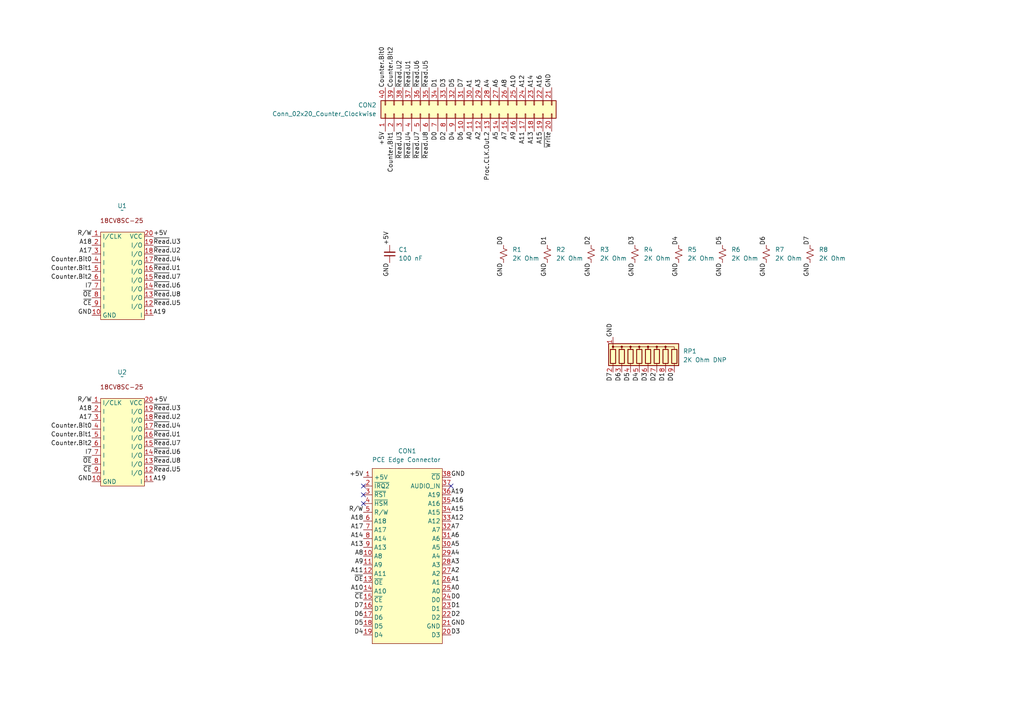
<source format=kicad_sch>
(kicad_sch
	(version 20250114)
	(generator "eeschema")
	(generator_version "9.0")
	(uuid "827d19b6-a7f3-47e4-9d1c-124c7fade8d8")
	(paper "A4")
	(lib_symbols
		(symbol "!MD02C-1:18CV8SC"
			(exclude_from_sim no)
			(in_bom yes)
			(on_board yes)
			(property "Reference" "U"
				(at 0 0 0)
				(effects
					(font
						(size 1.27 1.27)
					)
				)
			)
			(property "Value" ""
				(at 0 0 0)
				(effects
					(font
						(size 1.27 1.27)
					)
				)
			)
			(property "Footprint" ""
				(at 0 0 0)
				(effects
					(font
						(size 1.27 1.27)
					)
					(hide yes)
				)
			)
			(property "Datasheet" ""
				(at 0 0 0)
				(effects
					(font
						(size 1.27 1.27)
					)
					(hide yes)
				)
			)
			(property "Description" ""
				(at 0 0 0)
				(effects
					(font
						(size 1.27 1.27)
					)
					(hide yes)
				)
			)
			(symbol "18CV8SC_0_0"
				(pin input line
					(at -8.89 11.43 0)
					(length 2.54)
					(name "I/CLK"
						(effects
							(font
								(size 1.27 1.27)
							)
						)
					)
					(number "1"
						(effects
							(font
								(size 1.27 1.27)
							)
						)
					)
				)
				(pin input line
					(at -8.89 8.89 0)
					(length 2.54)
					(name "I"
						(effects
							(font
								(size 1.27 1.27)
							)
						)
					)
					(number "2"
						(effects
							(font
								(size 1.27 1.27)
							)
						)
					)
				)
				(pin input line
					(at -8.89 6.35 0)
					(length 2.54)
					(name "I"
						(effects
							(font
								(size 1.27 1.27)
							)
						)
					)
					(number "3"
						(effects
							(font
								(size 1.27 1.27)
							)
						)
					)
				)
				(pin input line
					(at -8.89 3.81 0)
					(length 2.54)
					(name "I"
						(effects
							(font
								(size 1.27 1.27)
							)
						)
					)
					(number "4"
						(effects
							(font
								(size 1.27 1.27)
							)
						)
					)
				)
				(pin input line
					(at -8.89 1.27 0)
					(length 2.54)
					(name "I"
						(effects
							(font
								(size 1.27 1.27)
							)
						)
					)
					(number "5"
						(effects
							(font
								(size 1.27 1.27)
							)
						)
					)
				)
				(pin input line
					(at -8.89 -1.27 0)
					(length 2.54)
					(name "I"
						(effects
							(font
								(size 1.27 1.27)
							)
						)
					)
					(number "6"
						(effects
							(font
								(size 1.27 1.27)
							)
						)
					)
				)
				(pin input line
					(at -8.89 -3.81 0)
					(length 2.54)
					(name "I"
						(effects
							(font
								(size 1.27 1.27)
							)
						)
					)
					(number "7"
						(effects
							(font
								(size 1.27 1.27)
							)
						)
					)
				)
				(pin input line
					(at -8.89 -6.35 0)
					(length 2.54)
					(name "I"
						(effects
							(font
								(size 1.27 1.27)
							)
						)
					)
					(number "8"
						(effects
							(font
								(size 1.27 1.27)
							)
						)
					)
				)
				(pin input line
					(at -8.89 -8.89 0)
					(length 2.54)
					(name "I"
						(effects
							(font
								(size 1.27 1.27)
							)
						)
					)
					(number "9"
						(effects
							(font
								(size 1.27 1.27)
							)
						)
					)
				)
				(pin power_in line
					(at -8.89 -11.43 0)
					(length 2.54)
					(name "GND"
						(effects
							(font
								(size 1.27 1.27)
							)
						)
					)
					(number "10"
						(effects
							(font
								(size 1.27 1.27)
							)
						)
					)
				)
				(pin power_in line
					(at 8.89 11.43 180)
					(length 2.54)
					(name "VCC"
						(effects
							(font
								(size 1.27 1.27)
							)
						)
					)
					(number "20"
						(effects
							(font
								(size 1.27 1.27)
							)
						)
					)
				)
				(pin bidirectional line
					(at 8.89 8.89 180)
					(length 2.54)
					(name "I/O"
						(effects
							(font
								(size 1.27 1.27)
							)
						)
					)
					(number "19"
						(effects
							(font
								(size 1.27 1.27)
							)
						)
					)
				)
				(pin bidirectional line
					(at 8.89 6.35 180)
					(length 2.54)
					(name "I/O"
						(effects
							(font
								(size 1.27 1.27)
							)
						)
					)
					(number "18"
						(effects
							(font
								(size 1.27 1.27)
							)
						)
					)
				)
				(pin bidirectional line
					(at 8.89 3.81 180)
					(length 2.54)
					(name "I/O"
						(effects
							(font
								(size 1.27 1.27)
							)
						)
					)
					(number "17"
						(effects
							(font
								(size 1.27 1.27)
							)
						)
					)
				)
				(pin bidirectional line
					(at 8.89 1.27 180)
					(length 2.54)
					(name "I/O"
						(effects
							(font
								(size 1.27 1.27)
							)
						)
					)
					(number "16"
						(effects
							(font
								(size 1.27 1.27)
							)
						)
					)
				)
				(pin bidirectional line
					(at 8.89 -1.27 180)
					(length 2.54)
					(name "I/O"
						(effects
							(font
								(size 1.27 1.27)
							)
						)
					)
					(number "15"
						(effects
							(font
								(size 1.27 1.27)
							)
						)
					)
				)
				(pin bidirectional line
					(at 8.89 -3.81 180)
					(length 2.54)
					(name "I/O"
						(effects
							(font
								(size 1.27 1.27)
							)
						)
					)
					(number "14"
						(effects
							(font
								(size 1.27 1.27)
							)
						)
					)
				)
				(pin bidirectional line
					(at 8.89 -6.35 180)
					(length 2.54)
					(name "I/O"
						(effects
							(font
								(size 1.27 1.27)
							)
						)
					)
					(number "13"
						(effects
							(font
								(size 1.27 1.27)
							)
						)
					)
				)
				(pin bidirectional line
					(at 8.89 -8.89 180)
					(length 2.54)
					(name "I/O"
						(effects
							(font
								(size 1.27 1.27)
							)
						)
					)
					(number "12"
						(effects
							(font
								(size 1.27 1.27)
							)
						)
					)
				)
				(pin input line
					(at 8.89 -11.43 180)
					(length 2.54)
					(name "I"
						(effects
							(font
								(size 1.27 1.27)
							)
						)
					)
					(number "11"
						(effects
							(font
								(size 1.27 1.27)
							)
						)
					)
				)
			)
			(symbol "18CV8SC_1_1"
				(rectangle
					(start -6.35 12.7)
					(end 6.35 -12.7)
					(stroke
						(width 0)
						(type solid)
					)
					(fill
						(type background)
					)
				)
				(text "18CV8SC-25"
					(at -0.254 16.002 0)
					(effects
						(font
							(size 1.27 1.27)
						)
					)
				)
			)
			(embedded_fonts no)
		)
		(symbol "!MD02U-1:PCE_Cartridge_Slot"
			(exclude_from_sim no)
			(in_bom yes)
			(on_board yes)
			(property "Reference" "J5"
				(at 12.7 7.62 0)
				(effects
					(font
						(size 1.27 1.27)
					)
				)
			)
			(property "Value" "PCE Edge Connector"
				(at 12.446 5.08 0)
				(effects
					(font
						(size 1.27 1.27)
					)
				)
			)
			(property "Footprint" "!MD02U-1:PCE Edge Connector"
				(at 25.4 0 0)
				(effects
					(font
						(size 1.27 1.27)
					)
					(hide yes)
				)
			)
			(property "Datasheet" ""
				(at 0 0 0)
				(effects
					(font
						(size 1.27 1.27)
					)
					(hide yes)
				)
			)
			(property "Description" ""
				(at 0 0 0)
				(effects
					(font
						(size 1.27 1.27)
					)
					(hide yes)
				)
			)
			(symbol "PCE_Cartridge_Slot_0_0"
				(pin power_out line
					(at 0 0 0)
					(length 2.54)
					(name "+5V"
						(effects
							(font
								(size 1.27 1.27)
							)
						)
					)
					(number "1"
						(effects
							(font
								(size 1.27 1.27)
							)
						)
					)
				)
				(pin input line
					(at 0 -2.54 0)
					(length 2.54)
					(name "~{IRQ2}"
						(effects
							(font
								(size 1.27 1.27)
							)
						)
					)
					(number "2"
						(effects
							(font
								(size 1.27 1.27)
							)
						)
					)
				)
				(pin output line
					(at 0 -5.08 0)
					(length 2.54)
					(name "~{RST}"
						(effects
							(font
								(size 1.27 1.27)
							)
						)
					)
					(number "3"
						(effects
							(font
								(size 1.27 1.27)
							)
						)
					)
				)
				(pin output line
					(at 0 -7.62 0)
					(length 2.54)
					(name "~{HSM}"
						(effects
							(font
								(size 1.27 1.27)
							)
						)
					)
					(number "4"
						(effects
							(font
								(size 1.27 1.27)
							)
						)
					)
				)
				(pin output line
					(at 0 -10.16 0)
					(length 2.54)
					(name "R/W"
						(effects
							(font
								(size 1.27 1.27)
							)
						)
					)
					(number "5"
						(effects
							(font
								(size 1.27 1.27)
							)
						)
					)
				)
				(pin output line
					(at 0 -12.7 0)
					(length 2.54)
					(name "A18"
						(effects
							(font
								(size 1.27 1.27)
							)
						)
					)
					(number "6"
						(effects
							(font
								(size 1.27 1.27)
							)
						)
					)
				)
				(pin output line
					(at 0 -15.24 0)
					(length 2.54)
					(name "A17"
						(effects
							(font
								(size 1.27 1.27)
							)
						)
					)
					(number "7"
						(effects
							(font
								(size 1.27 1.27)
							)
						)
					)
				)
				(pin output line
					(at 0 -17.78 0)
					(length 2.54)
					(name "A14"
						(effects
							(font
								(size 1.27 1.27)
							)
						)
					)
					(number "8"
						(effects
							(font
								(size 1.27 1.27)
							)
						)
					)
				)
				(pin output line
					(at 0 -20.32 0)
					(length 2.54)
					(name "A13"
						(effects
							(font
								(size 1.27 1.27)
							)
						)
					)
					(number "9"
						(effects
							(font
								(size 1.27 1.27)
							)
						)
					)
				)
				(pin output line
					(at 0 -22.86 0)
					(length 2.54)
					(name "A8"
						(effects
							(font
								(size 1.27 1.27)
							)
						)
					)
					(number "10"
						(effects
							(font
								(size 1.27 1.27)
							)
						)
					)
				)
				(pin output line
					(at 0 -25.4 0)
					(length 2.54)
					(name "A9"
						(effects
							(font
								(size 1.27 1.27)
							)
						)
					)
					(number "11"
						(effects
							(font
								(size 1.27 1.27)
							)
						)
					)
				)
				(pin output line
					(at 0 -27.94 0)
					(length 2.54)
					(name "A11"
						(effects
							(font
								(size 1.27 1.27)
							)
						)
					)
					(number "12"
						(effects
							(font
								(size 1.27 1.27)
							)
						)
					)
				)
				(pin output line
					(at 0 -30.48 0)
					(length 2.54)
					(name "~{OE}"
						(effects
							(font
								(size 1.27 1.27)
							)
						)
					)
					(number "13"
						(effects
							(font
								(size 1.27 1.27)
							)
						)
					)
				)
				(pin output line
					(at 0 -33.02 0)
					(length 2.54)
					(name "A10"
						(effects
							(font
								(size 1.27 1.27)
							)
						)
					)
					(number "14"
						(effects
							(font
								(size 1.27 1.27)
							)
						)
					)
				)
				(pin output line
					(at 0 -35.56 0)
					(length 2.54)
					(name "~{CE}"
						(effects
							(font
								(size 1.27 1.27)
							)
						)
					)
					(number "15"
						(effects
							(font
								(size 1.27 1.27)
							)
						)
					)
				)
				(pin bidirectional line
					(at 0 -38.1 0)
					(length 2.54)
					(name "D7"
						(effects
							(font
								(size 1.27 1.27)
							)
						)
					)
					(number "16"
						(effects
							(font
								(size 1.27 1.27)
							)
						)
					)
				)
				(pin bidirectional line
					(at 0 -40.64 0)
					(length 2.54)
					(name "D6"
						(effects
							(font
								(size 1.27 1.27)
							)
						)
					)
					(number "17"
						(effects
							(font
								(size 1.27 1.27)
							)
						)
					)
				)
				(pin bidirectional line
					(at 0 -43.18 0)
					(length 2.54)
					(name "D5"
						(effects
							(font
								(size 1.27 1.27)
							)
						)
					)
					(number "18"
						(effects
							(font
								(size 1.27 1.27)
							)
						)
					)
				)
				(pin bidirectional line
					(at 0 -45.72 0)
					(length 2.54)
					(name "D4"
						(effects
							(font
								(size 1.27 1.27)
							)
						)
					)
					(number "19"
						(effects
							(font
								(size 1.27 1.27)
							)
						)
					)
				)
				(pin input line
					(at 25.4 0 180)
					(length 2.54)
					(name "~{CD}"
						(effects
							(font
								(size 1.27 1.27)
							)
						)
					)
					(number "38"
						(effects
							(font
								(size 1.27 1.27)
							)
						)
					)
				)
				(pin input line
					(at 25.4 -2.54 180)
					(length 2.54)
					(name "AUDIO_IN"
						(effects
							(font
								(size 1.27 1.27)
							)
						)
					)
					(number "37"
						(effects
							(font
								(size 1.27 1.27)
							)
						)
					)
				)
				(pin output line
					(at 25.4 -5.08 180)
					(length 2.54)
					(name "A19"
						(effects
							(font
								(size 1.27 1.27)
							)
						)
					)
					(number "36"
						(effects
							(font
								(size 1.27 1.27)
							)
						)
					)
				)
				(pin output line
					(at 25.4 -7.62 180)
					(length 2.54)
					(name "A16"
						(effects
							(font
								(size 1.27 1.27)
							)
						)
					)
					(number "35"
						(effects
							(font
								(size 1.27 1.27)
							)
						)
					)
				)
				(pin output line
					(at 25.4 -10.16 180)
					(length 2.54)
					(name "A15"
						(effects
							(font
								(size 1.27 1.27)
							)
						)
					)
					(number "34"
						(effects
							(font
								(size 1.27 1.27)
							)
						)
					)
				)
				(pin output line
					(at 25.4 -12.7 180)
					(length 2.54)
					(name "A12"
						(effects
							(font
								(size 1.27 1.27)
							)
						)
					)
					(number "33"
						(effects
							(font
								(size 1.27 1.27)
							)
						)
					)
				)
				(pin output line
					(at 25.4 -15.24 180)
					(length 2.54)
					(name "A7"
						(effects
							(font
								(size 1.27 1.27)
							)
						)
					)
					(number "32"
						(effects
							(font
								(size 1.27 1.27)
							)
						)
					)
				)
				(pin output line
					(at 25.4 -17.78 180)
					(length 2.54)
					(name "A6"
						(effects
							(font
								(size 1.27 1.27)
							)
						)
					)
					(number "31"
						(effects
							(font
								(size 1.27 1.27)
							)
						)
					)
				)
				(pin output line
					(at 25.4 -20.32 180)
					(length 2.54)
					(name "A5"
						(effects
							(font
								(size 1.27 1.27)
							)
						)
					)
					(number "30"
						(effects
							(font
								(size 1.27 1.27)
							)
						)
					)
				)
				(pin output line
					(at 25.4 -22.86 180)
					(length 2.54)
					(name "A4"
						(effects
							(font
								(size 1.27 1.27)
							)
						)
					)
					(number "29"
						(effects
							(font
								(size 1.27 1.27)
							)
						)
					)
				)
				(pin output line
					(at 25.4 -25.4 180)
					(length 2.54)
					(name "A3"
						(effects
							(font
								(size 1.27 1.27)
							)
						)
					)
					(number "28"
						(effects
							(font
								(size 1.27 1.27)
							)
						)
					)
				)
				(pin output line
					(at 25.4 -27.94 180)
					(length 2.54)
					(name "A2"
						(effects
							(font
								(size 1.27 1.27)
							)
						)
					)
					(number "27"
						(effects
							(font
								(size 1.27 1.27)
							)
						)
					)
				)
				(pin output line
					(at 25.4 -30.48 180)
					(length 2.54)
					(name "A1"
						(effects
							(font
								(size 1.27 1.27)
							)
						)
					)
					(number "26"
						(effects
							(font
								(size 1.27 1.27)
							)
						)
					)
				)
				(pin output line
					(at 25.4 -33.02 180)
					(length 2.54)
					(name "A0"
						(effects
							(font
								(size 1.27 1.27)
							)
						)
					)
					(number "25"
						(effects
							(font
								(size 1.27 1.27)
							)
						)
					)
				)
				(pin bidirectional line
					(at 25.4 -35.56 180)
					(length 2.54)
					(name "D0"
						(effects
							(font
								(size 1.27 1.27)
							)
						)
					)
					(number "24"
						(effects
							(font
								(size 1.27 1.27)
							)
						)
					)
				)
				(pin bidirectional line
					(at 25.4 -38.1 180)
					(length 2.54)
					(name "D1"
						(effects
							(font
								(size 1.27 1.27)
							)
						)
					)
					(number "23"
						(effects
							(font
								(size 1.27 1.27)
							)
						)
					)
				)
				(pin bidirectional line
					(at 25.4 -40.64 180)
					(length 2.54)
					(name "D2"
						(effects
							(font
								(size 1.27 1.27)
							)
						)
					)
					(number "22"
						(effects
							(font
								(size 1.27 1.27)
							)
						)
					)
				)
				(pin power_out line
					(at 25.4 -43.18 180)
					(length 2.54)
					(name "GND"
						(effects
							(font
								(size 1.27 1.27)
							)
						)
					)
					(number "21"
						(effects
							(font
								(size 1.27 1.27)
							)
						)
					)
				)
				(pin bidirectional line
					(at 25.4 -45.72 180)
					(length 2.54)
					(name "D3"
						(effects
							(font
								(size 1.27 1.27)
							)
						)
					)
					(number "20"
						(effects
							(font
								(size 1.27 1.27)
							)
						)
					)
				)
			)
			(symbol "PCE_Cartridge_Slot_1_1"
				(rectangle
					(start 2.54 2.54)
					(end 22.86 -48.26)
					(stroke
						(width 0)
						(type default)
					)
					(fill
						(type background)
					)
				)
			)
			(embedded_fonts no)
		)
		(symbol "Connector_Generic:Conn_02x20_Counter_Clockwise"
			(pin_names
				(offset 1.016)
				(hide yes)
			)
			(exclude_from_sim no)
			(in_bom yes)
			(on_board yes)
			(property "Reference" "J"
				(at 1.27 25.4 0)
				(effects
					(font
						(size 1.27 1.27)
					)
				)
			)
			(property "Value" "Conn_02x20_Counter_Clockwise"
				(at 1.27 -27.94 0)
				(effects
					(font
						(size 1.27 1.27)
					)
				)
			)
			(property "Footprint" ""
				(at 0 0 0)
				(effects
					(font
						(size 1.27 1.27)
					)
					(hide yes)
				)
			)
			(property "Datasheet" "~"
				(at 0 0 0)
				(effects
					(font
						(size 1.27 1.27)
					)
					(hide yes)
				)
			)
			(property "Description" "Generic connector, double row, 02x20, counter clockwise pin numbering scheme (similar to DIP package numbering), script generated (kicad-library-utils/schlib/autogen/connector/)"
				(at 0 0 0)
				(effects
					(font
						(size 1.27 1.27)
					)
					(hide yes)
				)
			)
			(property "ki_keywords" "connector"
				(at 0 0 0)
				(effects
					(font
						(size 1.27 1.27)
					)
					(hide yes)
				)
			)
			(property "ki_fp_filters" "Connector*:*_2x??_*"
				(at 0 0 0)
				(effects
					(font
						(size 1.27 1.27)
					)
					(hide yes)
				)
			)
			(symbol "Conn_02x20_Counter_Clockwise_1_1"
				(rectangle
					(start -1.27 24.13)
					(end 3.81 -26.67)
					(stroke
						(width 0.254)
						(type default)
					)
					(fill
						(type background)
					)
				)
				(rectangle
					(start -1.27 22.987)
					(end 0 22.733)
					(stroke
						(width 0.1524)
						(type default)
					)
					(fill
						(type none)
					)
				)
				(rectangle
					(start -1.27 20.447)
					(end 0 20.193)
					(stroke
						(width 0.1524)
						(type default)
					)
					(fill
						(type none)
					)
				)
				(rectangle
					(start -1.27 17.907)
					(end 0 17.653)
					(stroke
						(width 0.1524)
						(type default)
					)
					(fill
						(type none)
					)
				)
				(rectangle
					(start -1.27 15.367)
					(end 0 15.113)
					(stroke
						(width 0.1524)
						(type default)
					)
					(fill
						(type none)
					)
				)
				(rectangle
					(start -1.27 12.827)
					(end 0 12.573)
					(stroke
						(width 0.1524)
						(type default)
					)
					(fill
						(type none)
					)
				)
				(rectangle
					(start -1.27 10.287)
					(end 0 10.033)
					(stroke
						(width 0.1524)
						(type default)
					)
					(fill
						(type none)
					)
				)
				(rectangle
					(start -1.27 7.747)
					(end 0 7.493)
					(stroke
						(width 0.1524)
						(type default)
					)
					(fill
						(type none)
					)
				)
				(rectangle
					(start -1.27 5.207)
					(end 0 4.953)
					(stroke
						(width 0.1524)
						(type default)
					)
					(fill
						(type none)
					)
				)
				(rectangle
					(start -1.27 2.667)
					(end 0 2.413)
					(stroke
						(width 0.1524)
						(type default)
					)
					(fill
						(type none)
					)
				)
				(rectangle
					(start -1.27 0.127)
					(end 0 -0.127)
					(stroke
						(width 0.1524)
						(type default)
					)
					(fill
						(type none)
					)
				)
				(rectangle
					(start -1.27 -2.413)
					(end 0 -2.667)
					(stroke
						(width 0.1524)
						(type default)
					)
					(fill
						(type none)
					)
				)
				(rectangle
					(start -1.27 -4.953)
					(end 0 -5.207)
					(stroke
						(width 0.1524)
						(type default)
					)
					(fill
						(type none)
					)
				)
				(rectangle
					(start -1.27 -7.493)
					(end 0 -7.747)
					(stroke
						(width 0.1524)
						(type default)
					)
					(fill
						(type none)
					)
				)
				(rectangle
					(start -1.27 -10.033)
					(end 0 -10.287)
					(stroke
						(width 0.1524)
						(type default)
					)
					(fill
						(type none)
					)
				)
				(rectangle
					(start -1.27 -12.573)
					(end 0 -12.827)
					(stroke
						(width 0.1524)
						(type default)
					)
					(fill
						(type none)
					)
				)
				(rectangle
					(start -1.27 -15.113)
					(end 0 -15.367)
					(stroke
						(width 0.1524)
						(type default)
					)
					(fill
						(type none)
					)
				)
				(rectangle
					(start -1.27 -17.653)
					(end 0 -17.907)
					(stroke
						(width 0.1524)
						(type default)
					)
					(fill
						(type none)
					)
				)
				(rectangle
					(start -1.27 -20.193)
					(end 0 -20.447)
					(stroke
						(width 0.1524)
						(type default)
					)
					(fill
						(type none)
					)
				)
				(rectangle
					(start -1.27 -22.733)
					(end 0 -22.987)
					(stroke
						(width 0.1524)
						(type default)
					)
					(fill
						(type none)
					)
				)
				(rectangle
					(start -1.27 -25.273)
					(end 0 -25.527)
					(stroke
						(width 0.1524)
						(type default)
					)
					(fill
						(type none)
					)
				)
				(rectangle
					(start 3.81 22.987)
					(end 2.54 22.733)
					(stroke
						(width 0.1524)
						(type default)
					)
					(fill
						(type none)
					)
				)
				(rectangle
					(start 3.81 20.447)
					(end 2.54 20.193)
					(stroke
						(width 0.1524)
						(type default)
					)
					(fill
						(type none)
					)
				)
				(rectangle
					(start 3.81 17.907)
					(end 2.54 17.653)
					(stroke
						(width 0.1524)
						(type default)
					)
					(fill
						(type none)
					)
				)
				(rectangle
					(start 3.81 15.367)
					(end 2.54 15.113)
					(stroke
						(width 0.1524)
						(type default)
					)
					(fill
						(type none)
					)
				)
				(rectangle
					(start 3.81 12.827)
					(end 2.54 12.573)
					(stroke
						(width 0.1524)
						(type default)
					)
					(fill
						(type none)
					)
				)
				(rectangle
					(start 3.81 10.287)
					(end 2.54 10.033)
					(stroke
						(width 0.1524)
						(type default)
					)
					(fill
						(type none)
					)
				)
				(rectangle
					(start 3.81 7.747)
					(end 2.54 7.493)
					(stroke
						(width 0.1524)
						(type default)
					)
					(fill
						(type none)
					)
				)
				(rectangle
					(start 3.81 5.207)
					(end 2.54 4.953)
					(stroke
						(width 0.1524)
						(type default)
					)
					(fill
						(type none)
					)
				)
				(rectangle
					(start 3.81 2.667)
					(end 2.54 2.413)
					(stroke
						(width 0.1524)
						(type default)
					)
					(fill
						(type none)
					)
				)
				(rectangle
					(start 3.81 0.127)
					(end 2.54 -0.127)
					(stroke
						(width 0.1524)
						(type default)
					)
					(fill
						(type none)
					)
				)
				(rectangle
					(start 3.81 -2.413)
					(end 2.54 -2.667)
					(stroke
						(width 0.1524)
						(type default)
					)
					(fill
						(type none)
					)
				)
				(rectangle
					(start 3.81 -4.953)
					(end 2.54 -5.207)
					(stroke
						(width 0.1524)
						(type default)
					)
					(fill
						(type none)
					)
				)
				(rectangle
					(start 3.81 -7.493)
					(end 2.54 -7.747)
					(stroke
						(width 0.1524)
						(type default)
					)
					(fill
						(type none)
					)
				)
				(rectangle
					(start 3.81 -10.033)
					(end 2.54 -10.287)
					(stroke
						(width 0.1524)
						(type default)
					)
					(fill
						(type none)
					)
				)
				(rectangle
					(start 3.81 -12.573)
					(end 2.54 -12.827)
					(stroke
						(width 0.1524)
						(type default)
					)
					(fill
						(type none)
					)
				)
				(rectangle
					(start 3.81 -15.113)
					(end 2.54 -15.367)
					(stroke
						(width 0.1524)
						(type default)
					)
					(fill
						(type none)
					)
				)
				(rectangle
					(start 3.81 -17.653)
					(end 2.54 -17.907)
					(stroke
						(width 0.1524)
						(type default)
					)
					(fill
						(type none)
					)
				)
				(rectangle
					(start 3.81 -20.193)
					(end 2.54 -20.447)
					(stroke
						(width 0.1524)
						(type default)
					)
					(fill
						(type none)
					)
				)
				(rectangle
					(start 3.81 -22.733)
					(end 2.54 -22.987)
					(stroke
						(width 0.1524)
						(type default)
					)
					(fill
						(type none)
					)
				)
				(rectangle
					(start 3.81 -25.273)
					(end 2.54 -25.527)
					(stroke
						(width 0.1524)
						(type default)
					)
					(fill
						(type none)
					)
				)
				(pin passive line
					(at -5.08 22.86 0)
					(length 3.81)
					(name "Pin_1"
						(effects
							(font
								(size 1.27 1.27)
							)
						)
					)
					(number "1"
						(effects
							(font
								(size 1.27 1.27)
							)
						)
					)
				)
				(pin passive line
					(at -5.08 20.32 0)
					(length 3.81)
					(name "Pin_2"
						(effects
							(font
								(size 1.27 1.27)
							)
						)
					)
					(number "2"
						(effects
							(font
								(size 1.27 1.27)
							)
						)
					)
				)
				(pin passive line
					(at -5.08 17.78 0)
					(length 3.81)
					(name "Pin_3"
						(effects
							(font
								(size 1.27 1.27)
							)
						)
					)
					(number "3"
						(effects
							(font
								(size 1.27 1.27)
							)
						)
					)
				)
				(pin passive line
					(at -5.08 15.24 0)
					(length 3.81)
					(name "Pin_4"
						(effects
							(font
								(size 1.27 1.27)
							)
						)
					)
					(number "4"
						(effects
							(font
								(size 1.27 1.27)
							)
						)
					)
				)
				(pin passive line
					(at -5.08 12.7 0)
					(length 3.81)
					(name "Pin_5"
						(effects
							(font
								(size 1.27 1.27)
							)
						)
					)
					(number "5"
						(effects
							(font
								(size 1.27 1.27)
							)
						)
					)
				)
				(pin passive line
					(at -5.08 10.16 0)
					(length 3.81)
					(name "Pin_6"
						(effects
							(font
								(size 1.27 1.27)
							)
						)
					)
					(number "6"
						(effects
							(font
								(size 1.27 1.27)
							)
						)
					)
				)
				(pin passive line
					(at -5.08 7.62 0)
					(length 3.81)
					(name "Pin_7"
						(effects
							(font
								(size 1.27 1.27)
							)
						)
					)
					(number "7"
						(effects
							(font
								(size 1.27 1.27)
							)
						)
					)
				)
				(pin passive line
					(at -5.08 5.08 0)
					(length 3.81)
					(name "Pin_8"
						(effects
							(font
								(size 1.27 1.27)
							)
						)
					)
					(number "8"
						(effects
							(font
								(size 1.27 1.27)
							)
						)
					)
				)
				(pin passive line
					(at -5.08 2.54 0)
					(length 3.81)
					(name "Pin_9"
						(effects
							(font
								(size 1.27 1.27)
							)
						)
					)
					(number "9"
						(effects
							(font
								(size 1.27 1.27)
							)
						)
					)
				)
				(pin passive line
					(at -5.08 0 0)
					(length 3.81)
					(name "Pin_10"
						(effects
							(font
								(size 1.27 1.27)
							)
						)
					)
					(number "10"
						(effects
							(font
								(size 1.27 1.27)
							)
						)
					)
				)
				(pin passive line
					(at -5.08 -2.54 0)
					(length 3.81)
					(name "Pin_11"
						(effects
							(font
								(size 1.27 1.27)
							)
						)
					)
					(number "11"
						(effects
							(font
								(size 1.27 1.27)
							)
						)
					)
				)
				(pin passive line
					(at -5.08 -5.08 0)
					(length 3.81)
					(name "Pin_12"
						(effects
							(font
								(size 1.27 1.27)
							)
						)
					)
					(number "12"
						(effects
							(font
								(size 1.27 1.27)
							)
						)
					)
				)
				(pin passive line
					(at -5.08 -7.62 0)
					(length 3.81)
					(name "Pin_13"
						(effects
							(font
								(size 1.27 1.27)
							)
						)
					)
					(number "13"
						(effects
							(font
								(size 1.27 1.27)
							)
						)
					)
				)
				(pin passive line
					(at -5.08 -10.16 0)
					(length 3.81)
					(name "Pin_14"
						(effects
							(font
								(size 1.27 1.27)
							)
						)
					)
					(number "14"
						(effects
							(font
								(size 1.27 1.27)
							)
						)
					)
				)
				(pin passive line
					(at -5.08 -12.7 0)
					(length 3.81)
					(name "Pin_15"
						(effects
							(font
								(size 1.27 1.27)
							)
						)
					)
					(number "15"
						(effects
							(font
								(size 1.27 1.27)
							)
						)
					)
				)
				(pin passive line
					(at -5.08 -15.24 0)
					(length 3.81)
					(name "Pin_16"
						(effects
							(font
								(size 1.27 1.27)
							)
						)
					)
					(number "16"
						(effects
							(font
								(size 1.27 1.27)
							)
						)
					)
				)
				(pin passive line
					(at -5.08 -17.78 0)
					(length 3.81)
					(name "Pin_17"
						(effects
							(font
								(size 1.27 1.27)
							)
						)
					)
					(number "17"
						(effects
							(font
								(size 1.27 1.27)
							)
						)
					)
				)
				(pin passive line
					(at -5.08 -20.32 0)
					(length 3.81)
					(name "Pin_18"
						(effects
							(font
								(size 1.27 1.27)
							)
						)
					)
					(number "18"
						(effects
							(font
								(size 1.27 1.27)
							)
						)
					)
				)
				(pin passive line
					(at -5.08 -22.86 0)
					(length 3.81)
					(name "Pin_19"
						(effects
							(font
								(size 1.27 1.27)
							)
						)
					)
					(number "19"
						(effects
							(font
								(size 1.27 1.27)
							)
						)
					)
				)
				(pin passive line
					(at -5.08 -25.4 0)
					(length 3.81)
					(name "Pin_20"
						(effects
							(font
								(size 1.27 1.27)
							)
						)
					)
					(number "20"
						(effects
							(font
								(size 1.27 1.27)
							)
						)
					)
				)
				(pin passive line
					(at 7.62 22.86 180)
					(length 3.81)
					(name "Pin_40"
						(effects
							(font
								(size 1.27 1.27)
							)
						)
					)
					(number "40"
						(effects
							(font
								(size 1.27 1.27)
							)
						)
					)
				)
				(pin passive line
					(at 7.62 20.32 180)
					(length 3.81)
					(name "Pin_39"
						(effects
							(font
								(size 1.27 1.27)
							)
						)
					)
					(number "39"
						(effects
							(font
								(size 1.27 1.27)
							)
						)
					)
				)
				(pin passive line
					(at 7.62 17.78 180)
					(length 3.81)
					(name "Pin_38"
						(effects
							(font
								(size 1.27 1.27)
							)
						)
					)
					(number "38"
						(effects
							(font
								(size 1.27 1.27)
							)
						)
					)
				)
				(pin passive line
					(at 7.62 15.24 180)
					(length 3.81)
					(name "Pin_37"
						(effects
							(font
								(size 1.27 1.27)
							)
						)
					)
					(number "37"
						(effects
							(font
								(size 1.27 1.27)
							)
						)
					)
				)
				(pin passive line
					(at 7.62 12.7 180)
					(length 3.81)
					(name "Pin_36"
						(effects
							(font
								(size 1.27 1.27)
							)
						)
					)
					(number "36"
						(effects
							(font
								(size 1.27 1.27)
							)
						)
					)
				)
				(pin passive line
					(at 7.62 10.16 180)
					(length 3.81)
					(name "Pin_35"
						(effects
							(font
								(size 1.27 1.27)
							)
						)
					)
					(number "35"
						(effects
							(font
								(size 1.27 1.27)
							)
						)
					)
				)
				(pin passive line
					(at 7.62 7.62 180)
					(length 3.81)
					(name "Pin_34"
						(effects
							(font
								(size 1.27 1.27)
							)
						)
					)
					(number "34"
						(effects
							(font
								(size 1.27 1.27)
							)
						)
					)
				)
				(pin passive line
					(at 7.62 5.08 180)
					(length 3.81)
					(name "Pin_33"
						(effects
							(font
								(size 1.27 1.27)
							)
						)
					)
					(number "33"
						(effects
							(font
								(size 1.27 1.27)
							)
						)
					)
				)
				(pin passive line
					(at 7.62 2.54 180)
					(length 3.81)
					(name "Pin_32"
						(effects
							(font
								(size 1.27 1.27)
							)
						)
					)
					(number "32"
						(effects
							(font
								(size 1.27 1.27)
							)
						)
					)
				)
				(pin passive line
					(at 7.62 0 180)
					(length 3.81)
					(name "Pin_31"
						(effects
							(font
								(size 1.27 1.27)
							)
						)
					)
					(number "31"
						(effects
							(font
								(size 1.27 1.27)
							)
						)
					)
				)
				(pin passive line
					(at 7.62 -2.54 180)
					(length 3.81)
					(name "Pin_30"
						(effects
							(font
								(size 1.27 1.27)
							)
						)
					)
					(number "30"
						(effects
							(font
								(size 1.27 1.27)
							)
						)
					)
				)
				(pin passive line
					(at 7.62 -5.08 180)
					(length 3.81)
					(name "Pin_29"
						(effects
							(font
								(size 1.27 1.27)
							)
						)
					)
					(number "29"
						(effects
							(font
								(size 1.27 1.27)
							)
						)
					)
				)
				(pin passive line
					(at 7.62 -7.62 180)
					(length 3.81)
					(name "Pin_28"
						(effects
							(font
								(size 1.27 1.27)
							)
						)
					)
					(number "28"
						(effects
							(font
								(size 1.27 1.27)
							)
						)
					)
				)
				(pin passive line
					(at 7.62 -10.16 180)
					(length 3.81)
					(name "Pin_27"
						(effects
							(font
								(size 1.27 1.27)
							)
						)
					)
					(number "27"
						(effects
							(font
								(size 1.27 1.27)
							)
						)
					)
				)
				(pin passive line
					(at 7.62 -12.7 180)
					(length 3.81)
					(name "Pin_26"
						(effects
							(font
								(size 1.27 1.27)
							)
						)
					)
					(number "26"
						(effects
							(font
								(size 1.27 1.27)
							)
						)
					)
				)
				(pin passive line
					(at 7.62 -15.24 180)
					(length 3.81)
					(name "Pin_25"
						(effects
							(font
								(size 1.27 1.27)
							)
						)
					)
					(number "25"
						(effects
							(font
								(size 1.27 1.27)
							)
						)
					)
				)
				(pin passive line
					(at 7.62 -17.78 180)
					(length 3.81)
					(name "Pin_24"
						(effects
							(font
								(size 1.27 1.27)
							)
						)
					)
					(number "24"
						(effects
							(font
								(size 1.27 1.27)
							)
						)
					)
				)
				(pin passive line
					(at 7.62 -20.32 180)
					(length 3.81)
					(name "Pin_23"
						(effects
							(font
								(size 1.27 1.27)
							)
						)
					)
					(number "23"
						(effects
							(font
								(size 1.27 1.27)
							)
						)
					)
				)
				(pin passive line
					(at 7.62 -22.86 180)
					(length 3.81)
					(name "Pin_22"
						(effects
							(font
								(size 1.27 1.27)
							)
						)
					)
					(number "22"
						(effects
							(font
								(size 1.27 1.27)
							)
						)
					)
				)
				(pin passive line
					(at 7.62 -25.4 180)
					(length 3.81)
					(name "Pin_21"
						(effects
							(font
								(size 1.27 1.27)
							)
						)
					)
					(number "21"
						(effects
							(font
								(size 1.27 1.27)
							)
						)
					)
				)
			)
			(embedded_fonts no)
		)
		(symbol "Device:C_Small"
			(pin_numbers
				(hide yes)
			)
			(pin_names
				(offset 0.254)
				(hide yes)
			)
			(exclude_from_sim no)
			(in_bom yes)
			(on_board yes)
			(property "Reference" "C"
				(at 0.254 1.778 0)
				(effects
					(font
						(size 1.27 1.27)
					)
					(justify left)
				)
			)
			(property "Value" "C_Small"
				(at 0.254 -2.032 0)
				(effects
					(font
						(size 1.27 1.27)
					)
					(justify left)
				)
			)
			(property "Footprint" ""
				(at 0 0 0)
				(effects
					(font
						(size 1.27 1.27)
					)
					(hide yes)
				)
			)
			(property "Datasheet" "~"
				(at 0 0 0)
				(effects
					(font
						(size 1.27 1.27)
					)
					(hide yes)
				)
			)
			(property "Description" "Unpolarized capacitor, small symbol"
				(at 0 0 0)
				(effects
					(font
						(size 1.27 1.27)
					)
					(hide yes)
				)
			)
			(property "ki_keywords" "capacitor cap"
				(at 0 0 0)
				(effects
					(font
						(size 1.27 1.27)
					)
					(hide yes)
				)
			)
			(property "ki_fp_filters" "C_*"
				(at 0 0 0)
				(effects
					(font
						(size 1.27 1.27)
					)
					(hide yes)
				)
			)
			(symbol "C_Small_0_1"
				(polyline
					(pts
						(xy -1.524 0.508) (xy 1.524 0.508)
					)
					(stroke
						(width 0.3048)
						(type default)
					)
					(fill
						(type none)
					)
				)
				(polyline
					(pts
						(xy -1.524 -0.508) (xy 1.524 -0.508)
					)
					(stroke
						(width 0.3302)
						(type default)
					)
					(fill
						(type none)
					)
				)
			)
			(symbol "C_Small_1_1"
				(pin passive line
					(at 0 2.54 270)
					(length 2.032)
					(name "~"
						(effects
							(font
								(size 1.27 1.27)
							)
						)
					)
					(number "1"
						(effects
							(font
								(size 1.27 1.27)
							)
						)
					)
				)
				(pin passive line
					(at 0 -2.54 90)
					(length 2.032)
					(name "~"
						(effects
							(font
								(size 1.27 1.27)
							)
						)
					)
					(number "2"
						(effects
							(font
								(size 1.27 1.27)
							)
						)
					)
				)
			)
			(embedded_fonts no)
		)
		(symbol "Device:R_Network08"
			(pin_names
				(offset 0)
				(hide yes)
			)
			(exclude_from_sim no)
			(in_bom yes)
			(on_board yes)
			(property "Reference" "RN"
				(at -12.7 0 90)
				(effects
					(font
						(size 1.27 1.27)
					)
				)
			)
			(property "Value" "R_Network08"
				(at 10.16 0 90)
				(effects
					(font
						(size 1.27 1.27)
					)
				)
			)
			(property "Footprint" "Resistor_THT:R_Array_SIP9"
				(at 12.065 0 90)
				(effects
					(font
						(size 1.27 1.27)
					)
					(hide yes)
				)
			)
			(property "Datasheet" "http://www.vishay.com/docs/31509/csc.pdf"
				(at 0 0 0)
				(effects
					(font
						(size 1.27 1.27)
					)
					(hide yes)
				)
			)
			(property "Description" "8 resistor network, star topology, bussed resistors, small symbol"
				(at 0 0 0)
				(effects
					(font
						(size 1.27 1.27)
					)
					(hide yes)
				)
			)
			(property "ki_keywords" "R network star-topology"
				(at 0 0 0)
				(effects
					(font
						(size 1.27 1.27)
					)
					(hide yes)
				)
			)
			(property "ki_fp_filters" "R?Array?SIP*"
				(at 0 0 0)
				(effects
					(font
						(size 1.27 1.27)
					)
					(hide yes)
				)
			)
			(symbol "R_Network08_0_1"
				(rectangle
					(start -11.43 -3.175)
					(end 8.89 3.175)
					(stroke
						(width 0.254)
						(type default)
					)
					(fill
						(type background)
					)
				)
				(rectangle
					(start -10.922 1.524)
					(end -9.398 -2.54)
					(stroke
						(width 0.254)
						(type default)
					)
					(fill
						(type none)
					)
				)
				(circle
					(center -10.16 2.286)
					(radius 0.254)
					(stroke
						(width 0)
						(type default)
					)
					(fill
						(type outline)
					)
				)
				(polyline
					(pts
						(xy -10.16 1.524) (xy -10.16 2.286) (xy -7.62 2.286) (xy -7.62 1.524)
					)
					(stroke
						(width 0)
						(type default)
					)
					(fill
						(type none)
					)
				)
				(polyline
					(pts
						(xy -10.16 -2.54) (xy -10.16 -3.81)
					)
					(stroke
						(width 0)
						(type default)
					)
					(fill
						(type none)
					)
				)
				(rectangle
					(start -8.382 1.524)
					(end -6.858 -2.54)
					(stroke
						(width 0.254)
						(type default)
					)
					(fill
						(type none)
					)
				)
				(circle
					(center -7.62 2.286)
					(radius 0.254)
					(stroke
						(width 0)
						(type default)
					)
					(fill
						(type outline)
					)
				)
				(polyline
					(pts
						(xy -7.62 1.524) (xy -7.62 2.286) (xy -5.08 2.286) (xy -5.08 1.524)
					)
					(stroke
						(width 0)
						(type default)
					)
					(fill
						(type none)
					)
				)
				(polyline
					(pts
						(xy -7.62 -2.54) (xy -7.62 -3.81)
					)
					(stroke
						(width 0)
						(type default)
					)
					(fill
						(type none)
					)
				)
				(rectangle
					(start -5.842 1.524)
					(end -4.318 -2.54)
					(stroke
						(width 0.254)
						(type default)
					)
					(fill
						(type none)
					)
				)
				(circle
					(center -5.08 2.286)
					(radius 0.254)
					(stroke
						(width 0)
						(type default)
					)
					(fill
						(type outline)
					)
				)
				(polyline
					(pts
						(xy -5.08 1.524) (xy -5.08 2.286) (xy -2.54 2.286) (xy -2.54 1.524)
					)
					(stroke
						(width 0)
						(type default)
					)
					(fill
						(type none)
					)
				)
				(polyline
					(pts
						(xy -5.08 -2.54) (xy -5.08 -3.81)
					)
					(stroke
						(width 0)
						(type default)
					)
					(fill
						(type none)
					)
				)
				(rectangle
					(start -3.302 1.524)
					(end -1.778 -2.54)
					(stroke
						(width 0.254)
						(type default)
					)
					(fill
						(type none)
					)
				)
				(circle
					(center -2.54 2.286)
					(radius 0.254)
					(stroke
						(width 0)
						(type default)
					)
					(fill
						(type outline)
					)
				)
				(polyline
					(pts
						(xy -2.54 1.524) (xy -2.54 2.286) (xy 0 2.286) (xy 0 1.524)
					)
					(stroke
						(width 0)
						(type default)
					)
					(fill
						(type none)
					)
				)
				(polyline
					(pts
						(xy -2.54 -2.54) (xy -2.54 -3.81)
					)
					(stroke
						(width 0)
						(type default)
					)
					(fill
						(type none)
					)
				)
				(rectangle
					(start -0.762 1.524)
					(end 0.762 -2.54)
					(stroke
						(width 0.254)
						(type default)
					)
					(fill
						(type none)
					)
				)
				(circle
					(center 0 2.286)
					(radius 0.254)
					(stroke
						(width 0)
						(type default)
					)
					(fill
						(type outline)
					)
				)
				(polyline
					(pts
						(xy 0 1.524) (xy 0 2.286) (xy 2.54 2.286) (xy 2.54 1.524)
					)
					(stroke
						(width 0)
						(type default)
					)
					(fill
						(type none)
					)
				)
				(polyline
					(pts
						(xy 0 -2.54) (xy 0 -3.81)
					)
					(stroke
						(width 0)
						(type default)
					)
					(fill
						(type none)
					)
				)
				(rectangle
					(start 1.778 1.524)
					(end 3.302 -2.54)
					(stroke
						(width 0.254)
						(type default)
					)
					(fill
						(type none)
					)
				)
				(circle
					(center 2.54 2.286)
					(radius 0.254)
					(stroke
						(width 0)
						(type default)
					)
					(fill
						(type outline)
					)
				)
				(polyline
					(pts
						(xy 2.54 1.524) (xy 2.54 2.286) (xy 5.08 2.286) (xy 5.08 1.524)
					)
					(stroke
						(width 0)
						(type default)
					)
					(fill
						(type none)
					)
				)
				(polyline
					(pts
						(xy 2.54 -2.54) (xy 2.54 -3.81)
					)
					(stroke
						(width 0)
						(type default)
					)
					(fill
						(type none)
					)
				)
				(rectangle
					(start 4.318 1.524)
					(end 5.842 -2.54)
					(stroke
						(width 0.254)
						(type default)
					)
					(fill
						(type none)
					)
				)
				(circle
					(center 5.08 2.286)
					(radius 0.254)
					(stroke
						(width 0)
						(type default)
					)
					(fill
						(type outline)
					)
				)
				(polyline
					(pts
						(xy 5.08 1.524) (xy 5.08 2.286) (xy 7.62 2.286) (xy 7.62 1.524)
					)
					(stroke
						(width 0)
						(type default)
					)
					(fill
						(type none)
					)
				)
				(polyline
					(pts
						(xy 5.08 -2.54) (xy 5.08 -3.81)
					)
					(stroke
						(width 0)
						(type default)
					)
					(fill
						(type none)
					)
				)
				(rectangle
					(start 6.858 1.524)
					(end 8.382 -2.54)
					(stroke
						(width 0.254)
						(type default)
					)
					(fill
						(type none)
					)
				)
				(polyline
					(pts
						(xy 7.62 -2.54) (xy 7.62 -3.81)
					)
					(stroke
						(width 0)
						(type default)
					)
					(fill
						(type none)
					)
				)
			)
			(symbol "R_Network08_1_1"
				(pin passive line
					(at -10.16 5.08 270)
					(length 2.54)
					(name "common"
						(effects
							(font
								(size 1.27 1.27)
							)
						)
					)
					(number "1"
						(effects
							(font
								(size 1.27 1.27)
							)
						)
					)
				)
				(pin passive line
					(at -10.16 -5.08 90)
					(length 1.27)
					(name "R1"
						(effects
							(font
								(size 1.27 1.27)
							)
						)
					)
					(number "2"
						(effects
							(font
								(size 1.27 1.27)
							)
						)
					)
				)
				(pin passive line
					(at -7.62 -5.08 90)
					(length 1.27)
					(name "R2"
						(effects
							(font
								(size 1.27 1.27)
							)
						)
					)
					(number "3"
						(effects
							(font
								(size 1.27 1.27)
							)
						)
					)
				)
				(pin passive line
					(at -5.08 -5.08 90)
					(length 1.27)
					(name "R3"
						(effects
							(font
								(size 1.27 1.27)
							)
						)
					)
					(number "4"
						(effects
							(font
								(size 1.27 1.27)
							)
						)
					)
				)
				(pin passive line
					(at -2.54 -5.08 90)
					(length 1.27)
					(name "R4"
						(effects
							(font
								(size 1.27 1.27)
							)
						)
					)
					(number "5"
						(effects
							(font
								(size 1.27 1.27)
							)
						)
					)
				)
				(pin passive line
					(at 0 -5.08 90)
					(length 1.27)
					(name "R5"
						(effects
							(font
								(size 1.27 1.27)
							)
						)
					)
					(number "6"
						(effects
							(font
								(size 1.27 1.27)
							)
						)
					)
				)
				(pin passive line
					(at 2.54 -5.08 90)
					(length 1.27)
					(name "R6"
						(effects
							(font
								(size 1.27 1.27)
							)
						)
					)
					(number "7"
						(effects
							(font
								(size 1.27 1.27)
							)
						)
					)
				)
				(pin passive line
					(at 5.08 -5.08 90)
					(length 1.27)
					(name "R7"
						(effects
							(font
								(size 1.27 1.27)
							)
						)
					)
					(number "8"
						(effects
							(font
								(size 1.27 1.27)
							)
						)
					)
				)
				(pin passive line
					(at 7.62 -5.08 90)
					(length 1.27)
					(name "R8"
						(effects
							(font
								(size 1.27 1.27)
							)
						)
					)
					(number "9"
						(effects
							(font
								(size 1.27 1.27)
							)
						)
					)
				)
			)
			(embedded_fonts no)
		)
		(symbol "Device:R_Small_US"
			(pin_numbers
				(hide yes)
			)
			(pin_names
				(offset 0.254)
				(hide yes)
			)
			(exclude_from_sim no)
			(in_bom yes)
			(on_board yes)
			(property "Reference" "R"
				(at 0.762 0.508 0)
				(effects
					(font
						(size 1.27 1.27)
					)
					(justify left)
				)
			)
			(property "Value" "R_Small_US"
				(at 0.762 -1.016 0)
				(effects
					(font
						(size 1.27 1.27)
					)
					(justify left)
				)
			)
			(property "Footprint" ""
				(at 0 0 0)
				(effects
					(font
						(size 1.27 1.27)
					)
					(hide yes)
				)
			)
			(property "Datasheet" "~"
				(at 0 0 0)
				(effects
					(font
						(size 1.27 1.27)
					)
					(hide yes)
				)
			)
			(property "Description" "Resistor, small US symbol"
				(at 0 0 0)
				(effects
					(font
						(size 1.27 1.27)
					)
					(hide yes)
				)
			)
			(property "ki_keywords" "r resistor"
				(at 0 0 0)
				(effects
					(font
						(size 1.27 1.27)
					)
					(hide yes)
				)
			)
			(property "ki_fp_filters" "R_*"
				(at 0 0 0)
				(effects
					(font
						(size 1.27 1.27)
					)
					(hide yes)
				)
			)
			(symbol "R_Small_US_1_1"
				(polyline
					(pts
						(xy 0 1.524) (xy 1.016 1.143) (xy 0 0.762) (xy -1.016 0.381) (xy 0 0)
					)
					(stroke
						(width 0)
						(type default)
					)
					(fill
						(type none)
					)
				)
				(polyline
					(pts
						(xy 0 0) (xy 1.016 -0.381) (xy 0 -0.762) (xy -1.016 -1.143) (xy 0 -1.524)
					)
					(stroke
						(width 0)
						(type default)
					)
					(fill
						(type none)
					)
				)
				(pin passive line
					(at 0 2.54 270)
					(length 1.016)
					(name "~"
						(effects
							(font
								(size 1.27 1.27)
							)
						)
					)
					(number "1"
						(effects
							(font
								(size 1.27 1.27)
							)
						)
					)
				)
				(pin passive line
					(at 0 -2.54 90)
					(length 1.016)
					(name "~"
						(effects
							(font
								(size 1.27 1.27)
							)
						)
					)
					(number "2"
						(effects
							(font
								(size 1.27 1.27)
							)
						)
					)
				)
			)
			(embedded_fonts no)
		)
	)
	(no_connect
		(at 105.41 146.05)
		(uuid "0da5391a-5fce-440a-8c5d-acfd9077c63e")
	)
	(no_connect
		(at 105.41 143.51)
		(uuid "311a8289-a404-4287-a0b1-91d5f1d8c659")
	)
	(no_connect
		(at 105.41 140.97)
		(uuid "484d4d5d-7566-4852-a7f2-73036f2d2d99")
	)
	(no_connect
		(at 130.81 140.97)
		(uuid "877314ca-4604-4ce2-b639-fefe2871810b")
	)
	(label "GND"
		(at 209.55 76.2 270)
		(effects
			(font
				(size 1.27 1.27)
			)
			(justify right bottom)
		)
		(uuid "073cdacb-3621-42b9-8fe5-51466b26b9fd")
	)
	(label "+5V"
		(at 113.03 71.12 90)
		(effects
			(font
				(size 1.27 1.27)
			)
			(justify left bottom)
		)
		(uuid "0807dffe-ec7a-475a-b435-b019b4779230")
	)
	(label "A10"
		(at 149.86 25.4 90)
		(effects
			(font
				(size 1.27 1.27)
			)
			(justify left bottom)
		)
		(uuid "099f87bc-4c67-4e90-9230-64fce0cadfbd")
	)
	(label "~{Read}.U2"
		(at 44.45 73.66 0)
		(effects
			(font
				(size 1.27 1.27)
			)
			(justify left bottom)
		)
		(uuid "09d256f1-1780-4a67-8dbc-9e295a73ac6b")
	)
	(label "A19"
		(at 44.45 139.7 0)
		(effects
			(font
				(size 1.27 1.27)
			)
			(justify left bottom)
		)
		(uuid "09e8a32e-6a49-454b-bd44-4fdf67f8db66")
	)
	(label "~{CE}"
		(at 26.67 137.16 180)
		(effects
			(font
				(size 1.27 1.27)
			)
			(justify right bottom)
		)
		(uuid "0a069432-e93d-4d77-9bc2-f539d812aa9c")
	)
	(label "Proc.CLK.Out.2"
		(at 142.24 38.1 270)
		(effects
			(font
				(size 1.27 1.27)
			)
			(justify right bottom)
		)
		(uuid "0a41a69d-9cf7-4834-b4f5-4735abbd2796")
	)
	(label "A4"
		(at 130.81 161.29 0)
		(effects
			(font
				(size 1.27 1.27)
			)
			(justify left bottom)
		)
		(uuid "0c1394a6-1e0b-4b9e-a5a7-4194a6721553")
	)
	(label "~{Read}.U5"
		(at 124.46 25.4 90)
		(effects
			(font
				(size 1.27 1.27)
			)
			(justify left bottom)
		)
		(uuid "0fabd9be-02e1-4e65-b9fe-03893b91cdc2")
	)
	(label "A0"
		(at 130.81 171.45 0)
		(effects
			(font
				(size 1.27 1.27)
			)
			(justify left bottom)
		)
		(uuid "14047d02-e5de-4496-aefd-6ded16fe47cc")
	)
	(label "D2"
		(at 171.45 71.12 90)
		(effects
			(font
				(size 1.27 1.27)
			)
			(justify left bottom)
		)
		(uuid "15bc9110-e5cd-4a59-9237-25df8b2623c2")
	)
	(label "~{Read}.U1"
		(at 44.45 78.74 0)
		(effects
			(font
				(size 1.27 1.27)
			)
			(justify left bottom)
		)
		(uuid "1a292e18-e60e-4ce3-b55c-d62293b6436c")
	)
	(label "D1"
		(at 158.75 71.12 90)
		(effects
			(font
				(size 1.27 1.27)
			)
			(justify left bottom)
		)
		(uuid "1afaaac4-53e0-49e5-bf11-e1ef57ddbe35")
	)
	(label "A4"
		(at 142.24 25.4 90)
		(effects
			(font
				(size 1.27 1.27)
			)
			(justify left bottom)
		)
		(uuid "1c9adeb3-509b-4095-a0e3-1d49e2cd299a")
	)
	(label "A17"
		(at 105.41 153.67 180)
		(effects
			(font
				(size 1.27 1.27)
			)
			(justify right bottom)
		)
		(uuid "1edd9875-eca1-4a65-afef-c3ca3cc1bdd8")
	)
	(label "A7"
		(at 130.81 153.67 0)
		(effects
			(font
				(size 1.27 1.27)
			)
			(justify left bottom)
		)
		(uuid "201f7c6e-cc93-4a99-a186-07f2275b96c6")
	)
	(label "~{Read}.U6"
		(at 121.92 25.4 90)
		(effects
			(font
				(size 1.27 1.27)
			)
			(justify left bottom)
		)
		(uuid "2612cd37-f348-49f3-9fef-55cdf8f3afd6")
	)
	(label "A1"
		(at 137.16 25.4 90)
		(effects
			(font
				(size 1.27 1.27)
			)
			(justify left bottom)
		)
		(uuid "2affcc76-85a0-423d-8461-7ca8f6e3d676")
	)
	(label "A2"
		(at 130.81 166.37 0)
		(effects
			(font
				(size 1.27 1.27)
			)
			(justify left bottom)
		)
		(uuid "2d973b6e-b252-4935-b2a1-8bddb0aaf796")
	)
	(label "+5V"
		(at 44.45 68.58 0)
		(effects
			(font
				(size 1.27 1.27)
			)
			(justify left bottom)
		)
		(uuid "2ff011dd-98f2-468c-81e5-af904db7e281")
	)
	(label "A0"
		(at 137.16 38.1 270)
		(effects
			(font
				(size 1.27 1.27)
			)
			(justify right bottom)
		)
		(uuid "33b0e6ce-8fed-4c37-ab08-522907050902")
	)
	(label "A1"
		(at 130.81 168.91 0)
		(effects
			(font
				(size 1.27 1.27)
			)
			(justify left bottom)
		)
		(uuid "3805773b-e2cb-4623-abe4-b2e4b692a804")
	)
	(label "D6"
		(at 222.25 71.12 90)
		(effects
			(font
				(size 1.27 1.27)
			)
			(justify left bottom)
		)
		(uuid "3a4258f6-aa72-444a-99b3-c5d5dfe60a4a")
	)
	(label "Counter.Bit2"
		(at 26.67 129.54 180)
		(effects
			(font
				(size 1.27 1.27)
			)
			(justify right bottom)
		)
		(uuid "3a88d214-0c7c-40ab-b67d-4c20e9089477")
	)
	(label "D4"
		(at 185.42 107.95 270)
		(effects
			(font
				(size 1.27 1.27)
			)
			(justify right bottom)
		)
		(uuid "3d560fa8-4312-470c-a773-74f2218b338b")
	)
	(label "GND"
		(at 171.45 76.2 270)
		(effects
			(font
				(size 1.27 1.27)
			)
			(justify right bottom)
		)
		(uuid "3d652896-0a07-424b-939c-28552d7207cf")
	)
	(label "~{Read}.U3"
		(at 44.45 119.38 0)
		(effects
			(font
				(size 1.27 1.27)
			)
			(justify left bottom)
		)
		(uuid "3e34ba4b-37ca-4062-9892-63811c738ea8")
	)
	(label "D0"
		(at 146.05 71.12 90)
		(effects
			(font
				(size 1.27 1.27)
			)
			(justify left bottom)
		)
		(uuid "3ee67cde-1627-4f15-9107-2496058dc8f7")
	)
	(label "~{CE}"
		(at 105.41 173.99 180)
		(effects
			(font
				(size 1.27 1.27)
			)
			(justify right bottom)
		)
		(uuid "42216d8e-e92d-4f4a-808c-d8fd0ceefd60")
	)
	(label "D0"
		(at 130.81 173.99 0)
		(effects
			(font
				(size 1.27 1.27)
			)
			(justify left bottom)
		)
		(uuid "432fb547-278f-4e8e-885a-40aa12997f1e")
	)
	(label "Counter.Bit0"
		(at 26.67 124.46 180)
		(effects
			(font
				(size 1.27 1.27)
			)
			(justify right bottom)
		)
		(uuid "439c6731-f0dd-4910-839b-7cfc432a3d74")
	)
	(label "D3"
		(at 184.15 71.12 90)
		(effects
			(font
				(size 1.27 1.27)
			)
			(justify left bottom)
		)
		(uuid "4506ed75-09ce-46cc-81b3-acb69a12bb4b")
	)
	(label "R{slash}W"
		(at 26.67 116.84 180)
		(effects
			(font
				(size 1.27 1.27)
			)
			(justify right bottom)
		)
		(uuid "47997332-9d89-4879-a3e9-45eb24591a32")
	)
	(label "+5V"
		(at 105.41 138.43 180)
		(effects
			(font
				(size 1.27 1.27)
			)
			(justify right bottom)
		)
		(uuid "4987fa54-a0d7-49a5-8497-5521ab4a93bf")
	)
	(label "A15"
		(at 157.48 38.1 270)
		(effects
			(font
				(size 1.27 1.27)
			)
			(justify right bottom)
		)
		(uuid "4bd935be-6d47-46d4-91a0-ff406aa988ef")
	)
	(label "~{Read}.U6"
		(at 44.45 83.82 0)
		(effects
			(font
				(size 1.27 1.27)
			)
			(justify left bottom)
		)
		(uuid "4d8a25c6-f040-4d25-86c7-eb07be7774fc")
	)
	(label "A12"
		(at 130.81 151.13 0)
		(effects
			(font
				(size 1.27 1.27)
			)
			(justify left bottom)
		)
		(uuid "516a5c8e-57b9-4885-a20e-e39a6bf26a26")
	)
	(label "GND"
		(at 130.81 138.43 0)
		(effects
			(font
				(size 1.27 1.27)
			)
			(justify left bottom)
		)
		(uuid "5275b907-5f1e-4f81-8174-9fd18a951468")
	)
	(label "~{Read}.U7"
		(at 44.45 129.54 0)
		(effects
			(font
				(size 1.27 1.27)
			)
			(justify left bottom)
		)
		(uuid "54c990c9-5df8-45eb-8845-22d13b60b333")
	)
	(label "A2"
		(at 139.7 38.1 270)
		(effects
			(font
				(size 1.27 1.27)
			)
			(justify right bottom)
		)
		(uuid "554079d5-5066-4361-b242-66aeed649ce2")
	)
	(label "D4"
		(at 196.85 71.12 90)
		(effects
			(font
				(size 1.27 1.27)
			)
			(justify left bottom)
		)
		(uuid "5563e1ea-6b25-4ff4-af2f-cb5a369f2770")
	)
	(label "A17"
		(at 26.67 121.92 180)
		(effects
			(font
				(size 1.27 1.27)
			)
			(justify right bottom)
		)
		(uuid "568fb3b7-d0e8-4b07-af3b-0ebd9b924e68")
	)
	(label "GND"
		(at 26.67 139.7 180)
		(effects
			(font
				(size 1.27 1.27)
			)
			(justify right bottom)
		)
		(uuid "57d7b47d-647b-45d8-be5a-79eefb794e6a")
	)
	(label "D5"
		(at 209.55 71.12 90)
		(effects
			(font
				(size 1.27 1.27)
			)
			(justify left bottom)
		)
		(uuid "5a45073c-7d5f-45be-9eec-e2ef0b43396e")
	)
	(label "~{Read}.U1"
		(at 119.38 25.4 90)
		(effects
			(font
				(size 1.27 1.27)
			)
			(justify left bottom)
		)
		(uuid "5f05172c-378f-438a-a0e1-c55c0646a029")
	)
	(label "I7"
		(at 26.67 83.82 180)
		(effects
			(font
				(size 1.27 1.27)
			)
			(justify right bottom)
		)
		(uuid "660dfa60-14a6-460d-92b3-f40fe70c886e")
	)
	(label "Counter.Bit1"
		(at 26.67 78.74 180)
		(effects
			(font
				(size 1.27 1.27)
			)
			(justify right bottom)
		)
		(uuid "69311618-f459-45e7-8007-f5b44938bb1a")
	)
	(label "I7"
		(at 26.67 132.08 180)
		(effects
			(font
				(size 1.27 1.27)
			)
			(justify right bottom)
		)
		(uuid "6ef2f9ef-49ce-4d69-8c32-54d1b332b756")
	)
	(label "Counter.Bit0"
		(at 111.76 25.4 90)
		(effects
			(font
				(size 1.27 1.27)
			)
			(justify left bottom)
		)
		(uuid "70ec262d-959f-4ac7-a550-d55ec83f54fd")
	)
	(label "~{Read}.U7"
		(at 121.92 38.1 270)
		(effects
			(font
				(size 1.27 1.27)
			)
			(justify right bottom)
		)
		(uuid "75eba13f-28ed-4f62-ab4c-59551e450869")
	)
	(label "A17"
		(at 26.67 73.66 180)
		(effects
			(font
				(size 1.27 1.27)
			)
			(justify right bottom)
		)
		(uuid "7639c139-db6e-44b8-8512-89d979c2ae44")
	)
	(label "~{Read}.U4"
		(at 44.45 124.46 0)
		(effects
			(font
				(size 1.27 1.27)
			)
			(justify left bottom)
		)
		(uuid "76bf85fc-60b6-4263-bb24-fbe1996be5ff")
	)
	(label "D3"
		(at 129.54 25.4 90)
		(effects
			(font
				(size 1.27 1.27)
			)
			(justify left bottom)
		)
		(uuid "783ba810-6906-4dbc-a068-c98ed0ea51aa")
	)
	(label "~{Read}.U2"
		(at 116.84 25.4 90)
		(effects
			(font
				(size 1.27 1.27)
			)
			(justify left bottom)
		)
		(uuid "799eb08d-2f02-468d-9a3e-1259e11a4352")
	)
	(label "~{OE}"
		(at 105.41 168.91 180)
		(effects
			(font
				(size 1.27 1.27)
			)
			(justify right bottom)
		)
		(uuid "79c279f7-6faa-47e7-91a1-041647ac0e6a")
	)
	(label "~{OE}"
		(at 26.67 134.62 180)
		(effects
			(font
				(size 1.27 1.27)
			)
			(justify right bottom)
		)
		(uuid "7a4ee231-1dd2-4535-9c80-0e5c878d56e6")
	)
	(label "~{Read}.U8"
		(at 124.46 38.1 270)
		(effects
			(font
				(size 1.27 1.27)
			)
			(justify right bottom)
		)
		(uuid "7ad53cdd-a7ce-4172-a6c5-4a9bcca812fd")
	)
	(label "A14"
		(at 105.41 156.21 180)
		(effects
			(font
				(size 1.27 1.27)
			)
			(justify right bottom)
		)
		(uuid "80af3a60-1081-4c32-85f8-c046e963a9b0")
	)
	(label "~{Read}.U1"
		(at 44.45 127 0)
		(effects
			(font
				(size 1.27 1.27)
			)
			(justify left bottom)
		)
		(uuid "828d4c85-36ba-4170-9e98-5426ffd9148c")
	)
	(label "D7"
		(at 134.62 25.4 90)
		(effects
			(font
				(size 1.27 1.27)
			)
			(justify left bottom)
		)
		(uuid "8301caea-6959-4155-9ee0-9cee232df447")
	)
	(label "GND"
		(at 113.03 76.2 270)
		(effects
			(font
				(size 1.27 1.27)
			)
			(justify right bottom)
		)
		(uuid "83d4d30a-ab7d-48ce-bc5f-f5a80f47d0a1")
	)
	(label "~{Read}.U8"
		(at 44.45 134.62 0)
		(effects
			(font
				(size 1.27 1.27)
			)
			(justify left bottom)
		)
		(uuid "87dcfd54-d47f-45f0-8694-7faaa13dd0a4")
	)
	(label "+5V"
		(at 111.76 38.1 270)
		(effects
			(font
				(size 1.27 1.27)
			)
			(justify right bottom)
		)
		(uuid "88735de4-bff5-4757-9a9e-ad796743997a")
	)
	(label "A11"
		(at 152.4 38.1 270)
		(effects
			(font
				(size 1.27 1.27)
			)
			(justify right bottom)
		)
		(uuid "8a9840cc-38ba-4006-8389-dc6a0bb9aa16")
	)
	(label "D0"
		(at 127 38.1 270)
		(effects
			(font
				(size 1.27 1.27)
			)
			(justify right bottom)
		)
		(uuid "8cffa1b2-9968-4b55-9fe2-52be271419af")
	)
	(label "D2"
		(at 190.5 107.95 270)
		(effects
			(font
				(size 1.27 1.27)
			)
			(justify right bottom)
		)
		(uuid "8e52ffd3-fa88-4216-a150-c7e5fa7e6242")
	)
	(label "~{OE}"
		(at 26.67 86.36 180)
		(effects
			(font
				(size 1.27 1.27)
			)
			(justify right bottom)
		)
		(uuid "91712b5c-8441-4c70-a4a9-5c8d677faec6")
	)
	(label "A18"
		(at 26.67 71.12 180)
		(effects
			(font
				(size 1.27 1.27)
			)
			(justify right bottom)
		)
		(uuid "93433ff9-b54c-46fb-8fde-cedc25799ea6")
	)
	(label "+5V"
		(at 44.45 116.84 0)
		(effects
			(font
				(size 1.27 1.27)
			)
			(justify left bottom)
		)
		(uuid "9363e901-0deb-4d9a-bb4e-e846d9f92d0c")
	)
	(label "D7"
		(at 177.8 107.95 270)
		(effects
			(font
				(size 1.27 1.27)
			)
			(justify right bottom)
		)
		(uuid "956f2ede-0622-4bd9-904e-832866bc5106")
	)
	(label "D4"
		(at 105.41 184.15 180)
		(effects
			(font
				(size 1.27 1.27)
			)
			(justify right bottom)
		)
		(uuid "96a2944a-62a7-4038-8e04-0e0fe77a39a0")
	)
	(label "A18"
		(at 105.41 151.13 180)
		(effects
			(font
				(size 1.27 1.27)
			)
			(justify right bottom)
		)
		(uuid "9bbe83f3-d22e-4267-882d-78d3f46e1015")
	)
	(label "D3"
		(at 130.81 184.15 0)
		(effects
			(font
				(size 1.27 1.27)
			)
			(justify left bottom)
		)
		(uuid "9cf4abfe-cdfb-48bb-8fd0-7aad285187f0")
	)
	(label "D2"
		(at 130.81 179.07 0)
		(effects
			(font
				(size 1.27 1.27)
			)
			(justify left bottom)
		)
		(uuid "9e7fe576-e4b0-4cf5-b3a2-b221a69aa3a8")
	)
	(label "D4"
		(at 132.08 38.1 270)
		(effects
			(font
				(size 1.27 1.27)
			)
			(justify right bottom)
		)
		(uuid "9eb701e3-daf3-4f1c-a280-472a95b112f2")
	)
	(label "A3"
		(at 130.81 163.83 0)
		(effects
			(font
				(size 1.27 1.27)
			)
			(justify left bottom)
		)
		(uuid "9f414f60-dcd2-4959-bffc-d5399d15f1ec")
	)
	(label "GND"
		(at 130.81 181.61 0)
		(effects
			(font
				(size 1.27 1.27)
			)
			(justify left bottom)
		)
		(uuid "9f4f1e02-cc1f-434f-a5cc-813375e6113a")
	)
	(label "D5"
		(at 105.41 181.61 180)
		(effects
			(font
				(size 1.27 1.27)
			)
			(justify right bottom)
		)
		(uuid "a07a9f9c-9e42-4cbd-be0b-24db80349145")
	)
	(label "D1"
		(at 193.04 107.95 270)
		(effects
			(font
				(size 1.27 1.27)
			)
			(justify right bottom)
		)
		(uuid "a1340a9d-d188-4225-acbb-a94c6e56fa4c")
	)
	(label "D6"
		(at 180.34 107.95 270)
		(effects
			(font
				(size 1.27 1.27)
			)
			(justify right bottom)
		)
		(uuid "a15e96e4-b221-4a37-a0bc-9acf4ab2470a")
	)
	(label "A19"
		(at 130.81 143.51 0)
		(effects
			(font
				(size 1.27 1.27)
			)
			(justify left bottom)
		)
		(uuid "a16e80f2-278b-44e4-9736-833e7a632fab")
	)
	(label "A8"
		(at 105.41 161.29 180)
		(effects
			(font
				(size 1.27 1.27)
			)
			(justify right bottom)
		)
		(uuid "a234a0e4-2bce-454a-b2e7-c46654c7b6ab")
	)
	(label "D6"
		(at 134.62 38.1 270)
		(effects
			(font
				(size 1.27 1.27)
			)
			(justify right bottom)
		)
		(uuid "a4988a77-175a-4dc2-a52f-72a61165062f")
	)
	(label "D5"
		(at 132.08 25.4 90)
		(effects
			(font
				(size 1.27 1.27)
			)
			(justify left bottom)
		)
		(uuid "a5d139eb-f253-4f76-a3a5-a1e2260f17eb")
	)
	(label "~{Read}.U7"
		(at 44.45 81.28 0)
		(effects
			(font
				(size 1.27 1.27)
			)
			(justify left bottom)
		)
		(uuid "a7096691-bebe-47f8-a8fb-23c8feede5bf")
	)
	(label "A9"
		(at 105.41 163.83 180)
		(effects
			(font
				(size 1.27 1.27)
			)
			(justify right bottom)
		)
		(uuid "a7b5d78b-cb6b-4bd0-8a70-f56432406bae")
	)
	(label "D6"
		(at 105.41 179.07 180)
		(effects
			(font
				(size 1.27 1.27)
			)
			(justify right bottom)
		)
		(uuid "a8760dfe-6494-48e8-9fd9-ba0cfc3372a0")
	)
	(label "A5"
		(at 130.81 158.75 0)
		(effects
			(font
				(size 1.27 1.27)
			)
			(justify left bottom)
		)
		(uuid "a99c763e-4046-4171-843a-9f48cc3e5657")
	)
	(label "Counter.Bit1"
		(at 114.3 38.1 270)
		(effects
			(font
				(size 1.27 1.27)
			)
			(justify right bottom)
		)
		(uuid "aac18d0f-d63d-4c69-abb9-5914b2fb2098")
	)
	(label "GND"
		(at 160.02 25.4 90)
		(effects
			(font
				(size 1.27 1.27)
			)
			(justify left bottom)
		)
		(uuid "aadff84d-f0fd-4087-a958-2769cf91f33b")
	)
	(label "A6"
		(at 144.78 25.4 90)
		(effects
			(font
				(size 1.27 1.27)
			)
			(justify left bottom)
		)
		(uuid "ab9b15c0-31d2-4102-97d4-4b7ff87313f3")
	)
	(label "~{CE}"
		(at 26.67 88.9 180)
		(effects
			(font
				(size 1.27 1.27)
			)
			(justify right bottom)
		)
		(uuid "b1748e1d-ef3f-49e5-aae5-ffb8818c51cd")
	)
	(label "A10"
		(at 105.41 171.45 180)
		(effects
			(font
				(size 1.27 1.27)
			)
			(justify right bottom)
		)
		(uuid "b2fccfb6-cb96-4722-ba2c-89d5b2e475f8")
	)
	(label "D7"
		(at 105.41 176.53 180)
		(effects
			(font
				(size 1.27 1.27)
			)
			(justify right bottom)
		)
		(uuid "b3a6b55e-f185-4b11-beab-3038ce622ac6")
	)
	(label "A3"
		(at 139.7 25.4 90)
		(effects
			(font
				(size 1.27 1.27)
			)
			(justify left bottom)
		)
		(uuid "b6c419e7-f163-4d43-b3f6-d7bc9c6e542f")
	)
	(label "~{Read}.U2"
		(at 44.45 121.92 0)
		(effects
			(font
				(size 1.27 1.27)
			)
			(justify left bottom)
		)
		(uuid "b89b66aa-b031-4edd-9306-555fc31e7ef4")
	)
	(label "A13"
		(at 154.94 38.1 270)
		(effects
			(font
				(size 1.27 1.27)
			)
			(justify right bottom)
		)
		(uuid "b959580c-bd7a-4b08-a5cc-04b86f238f54")
	)
	(label "GND"
		(at 146.05 76.2 270)
		(effects
			(font
				(size 1.27 1.27)
			)
			(justify right bottom)
		)
		(uuid "b9f0c552-aab0-4abd-8aa5-7bc7fd43c8b6")
	)
	(label "R{slash}W"
		(at 26.67 68.58 180)
		(effects
			(font
				(size 1.27 1.27)
			)
			(justify right bottom)
		)
		(uuid "ba422d4f-a019-4313-a263-b76ec6e1291c")
	)
	(label "Counter.Bit2"
		(at 26.67 81.28 180)
		(effects
			(font
				(size 1.27 1.27)
			)
			(justify right bottom)
		)
		(uuid "bb29742d-bffa-41dd-a71d-bb774a8408b8")
	)
	(label "GND"
		(at 196.85 76.2 270)
		(effects
			(font
				(size 1.27 1.27)
			)
			(justify right bottom)
		)
		(uuid "bdeff5b1-0931-473c-ad47-33f770383ad5")
	)
	(label "~{Read}.U5"
		(at 44.45 88.9 0)
		(effects
			(font
				(size 1.27 1.27)
			)
			(justify left bottom)
		)
		(uuid "bf7f0d0b-a4d8-4049-ac67-3b53bae8381f")
	)
	(label "~{Read}.U4"
		(at 44.45 76.2 0)
		(effects
			(font
				(size 1.27 1.27)
			)
			(justify left bottom)
		)
		(uuid "bf858fed-041f-46e8-bfaf-880b49717897")
	)
	(label "GND"
		(at 158.75 76.2 270)
		(effects
			(font
				(size 1.27 1.27)
			)
			(justify right bottom)
		)
		(uuid "c013316c-f3c7-4f7b-81f6-424e528177d4")
	)
	(label "GND"
		(at 222.25 76.2 270)
		(effects
			(font
				(size 1.27 1.27)
			)
			(justify right bottom)
		)
		(uuid "c040b5bb-5cb7-45a3-9caa-ab39c2f2e14d")
	)
	(label "~{Read}.U3"
		(at 116.84 38.1 270)
		(effects
			(font
				(size 1.27 1.27)
			)
			(justify right bottom)
		)
		(uuid "c058e6b4-925a-4fd5-a131-9b4ec7e1ebe0")
	)
	(label "D1"
		(at 127 25.4 90)
		(effects
			(font
				(size 1.27 1.27)
			)
			(justify left bottom)
		)
		(uuid "c21999d4-17ee-4657-9b88-65631fb11591")
	)
	(label "~{Read}.U3"
		(at 44.45 71.12 0)
		(effects
			(font
				(size 1.27 1.27)
			)
			(justify left bottom)
		)
		(uuid "c2c6333c-1566-44a8-9166-e33229044e55")
	)
	(label "A15"
		(at 130.81 148.59 0)
		(effects
			(font
				(size 1.27 1.27)
			)
			(justify left bottom)
		)
		(uuid "c359a259-3d23-4f30-a421-f70922094f37")
	)
	(label "~{Write}"
		(at 160.02 38.1 270)
		(effects
			(font
				(size 1.27 1.27)
			)
			(justify right bottom)
		)
		(uuid "c3caf858-80df-4873-b03f-bff3db7e7fd3")
	)
	(label "GND"
		(at 177.8 97.79 90)
		(effects
			(font
				(size 1.27 1.27)
			)
			(justify left bottom)
		)
		(uuid "c5704bf6-aece-47d4-8b8d-33ba8a672b5e")
	)
	(label "D3"
		(at 187.96 107.95 270)
		(effects
			(font
				(size 1.27 1.27)
			)
			(justify right bottom)
		)
		(uuid "c71ecee5-1d4f-4614-9ff8-85597a738108")
	)
	(label "A18"
		(at 26.67 119.38 180)
		(effects
			(font
				(size 1.27 1.27)
			)
			(justify right bottom)
		)
		(uuid "c7a6a32f-d9a0-42ca-a635-43d322eb3ab7")
	)
	(label "~{Read}.U6"
		(at 44.45 132.08 0)
		(effects
			(font
				(size 1.27 1.27)
			)
			(justify left bottom)
		)
		(uuid "d07fa4c8-7d23-4dfb-977f-123d1fa7f1be")
	)
	(label "Counter.Bit2"
		(at 114.3 25.4 90)
		(effects
			(font
				(size 1.27 1.27)
			)
			(justify left bottom)
		)
		(uuid "d5a4b3a5-bd4c-4df7-ae4f-6d60decf9665")
	)
	(label "GND"
		(at 234.95 76.2 270)
		(effects
			(font
				(size 1.27 1.27)
			)
			(justify right bottom)
		)
		(uuid "d97b3b41-bd56-44e6-af20-2cfd91c9ca6f")
	)
	(label "A14"
		(at 154.94 25.4 90)
		(effects
			(font
				(size 1.27 1.27)
			)
			(justify left bottom)
		)
		(uuid "dd5dc5fd-52dd-4176-847a-63c528317775")
	)
	(label "R{slash}W"
		(at 105.41 148.59 180)
		(effects
			(font
				(size 1.27 1.27)
			)
			(justify right bottom)
		)
		(uuid "e07eb22d-6c33-42e6-8546-91048e2fbdf0")
	)
	(label "~{Read}.U8"
		(at 44.45 86.36 0)
		(effects
			(font
				(size 1.27 1.27)
			)
			(justify left bottom)
		)
		(uuid "e18cccd1-76b8-45f4-96fc-6414bb7869b8")
	)
	(label "GND"
		(at 184.15 76.2 270)
		(effects
			(font
				(size 1.27 1.27)
			)
			(justify right bottom)
		)
		(uuid "e248da05-db47-45d1-880f-214086496b2e")
	)
	(label "GND"
		(at 26.67 91.44 180)
		(effects
			(font
				(size 1.27 1.27)
			)
			(justify right bottom)
		)
		(uuid "e2d9569e-8887-4fa6-80d7-df47e74ea1fb")
	)
	(label "A6"
		(at 130.81 156.21 0)
		(effects
			(font
				(size 1.27 1.27)
			)
			(justify left bottom)
		)
		(uuid "e3fe6779-822b-4941-a5f7-821ab293a23a")
	)
	(label "A7"
		(at 147.32 38.1 270)
		(effects
			(font
				(size 1.27 1.27)
			)
			(justify right bottom)
		)
		(uuid "e49547f1-73e3-4037-9bc2-a211d9bf2d3e")
	)
	(label "A16"
		(at 157.48 25.4 90)
		(effects
			(font
				(size 1.27 1.27)
			)
			(justify left bottom)
		)
		(uuid "e502e7fc-5e99-4c6c-adc8-8bb08dc9c972")
	)
	(label "A13"
		(at 105.41 158.75 180)
		(effects
			(font
				(size 1.27 1.27)
			)
			(justify right bottom)
		)
		(uuid "e56a9775-e023-4ec0-80c6-6e76405bf2af")
	)
	(label "D0"
		(at 195.58 107.95 270)
		(effects
			(font
				(size 1.27 1.27)
			)
			(justify right bottom)
		)
		(uuid "e75586f2-e56d-4837-b859-6975f7214a1f")
	)
	(label "A12"
		(at 152.4 25.4 90)
		(effects
			(font
				(size 1.27 1.27)
			)
			(justify left bottom)
		)
		(uuid "e86b4be6-52e5-4bc5-a15d-cada0c54cc20")
	)
	(label "Counter.Bit0"
		(at 26.67 76.2 180)
		(effects
			(font
				(size 1.27 1.27)
			)
			(justify right bottom)
		)
		(uuid "e9160ff4-d076-410c-b71b-6cb4b94fc60f")
	)
	(label "A16"
		(at 130.81 146.05 0)
		(effects
			(font
				(size 1.27 1.27)
			)
			(justify left bottom)
		)
		(uuid "ebd92427-d8ea-4f32-b49d-e103d1f6483f")
	)
	(label "D5"
		(at 182.88 107.95 270)
		(effects
			(font
				(size 1.27 1.27)
			)
			(justify right bottom)
		)
		(uuid "ed0ad73f-190a-419a-aed6-97df1f299814")
	)
	(label "A8"
		(at 147.32 25.4 90)
		(effects
			(font
				(size 1.27 1.27)
			)
			(justify left bottom)
		)
		(uuid "edd40bcd-be9c-49c5-a443-391d81c62f9c")
	)
	(label "D1"
		(at 130.81 176.53 0)
		(effects
			(font
				(size 1.27 1.27)
			)
			(justify left bottom)
		)
		(uuid "ef62388f-3f80-4c99-a0cd-c75ec8e236f8")
	)
	(label "Counter.Bit1"
		(at 26.67 127 180)
		(effects
			(font
				(size 1.27 1.27)
			)
			(justify right bottom)
		)
		(uuid "f128e549-384b-43a4-ae24-3935266a081f")
	)
	(label "A5"
		(at 144.78 38.1 270)
		(effects
			(font
				(size 1.27 1.27)
			)
			(justify right bottom)
		)
		(uuid "f26f600c-16bb-47e1-a3b4-33ae55e2b40d")
	)
	(label "A9"
		(at 149.86 38.1 270)
		(effects
			(font
				(size 1.27 1.27)
			)
			(justify right bottom)
		)
		(uuid "f6a8006d-e1bc-45b0-9f95-814ea9f47842")
	)
	(label "D2"
		(at 129.54 38.1 270)
		(effects
			(font
				(size 1.27 1.27)
			)
			(justify right bottom)
		)
		(uuid "f6fc429f-b41e-4c52-97b2-169653a9928b")
	)
	(label "A19"
		(at 44.45 91.44 0)
		(effects
			(font
				(size 1.27 1.27)
			)
			(justify left bottom)
		)
		(uuid "f74eecbf-cda6-4bbe-b644-11dd9129bd36")
	)
	(label "~{Read}.U4"
		(at 119.38 38.1 270)
		(effects
			(font
				(size 1.27 1.27)
			)
			(justify right bottom)
		)
		(uuid "f96ae243-0846-4ca2-81e5-9cd01191a582")
	)
	(label "D7"
		(at 234.95 71.12 90)
		(effects
			(font
				(size 1.27 1.27)
			)
			(justify left bottom)
		)
		(uuid "fa5cc810-98ca-4c8c-aafb-53626ba36ae2")
	)
	(label "A11"
		(at 105.41 166.37 180)
		(effects
			(font
				(size 1.27 1.27)
			)
			(justify right bottom)
		)
		(uuid "fab9a346-4f1d-4a34-8346-4b491197d5ca")
	)
	(label "~{Read}.U5"
		(at 44.45 137.16 0)
		(effects
			(font
				(size 1.27 1.27)
			)
			(justify left bottom)
		)
		(uuid "fdcf4d36-5bbd-4d4e-8d3a-91662d68521e")
	)
	(symbol
		(lib_id "Device:R_Small_US")
		(at 234.95 73.66 0)
		(unit 1)
		(exclude_from_sim no)
		(in_bom yes)
		(on_board yes)
		(dnp no)
		(uuid "070b508e-53ba-4763-a4dc-3f593a9bbeda")
		(property "Reference" "R8"
			(at 237.49 72.3899 0)
			(effects
				(font
					(size 1.27 1.27)
				)
				(justify left)
			)
		)
		(property "Value" "2K Ohm"
			(at 237.49 74.9299 0)
			(effects
				(font
					(size 1.27 1.27)
				)
				(justify left)
			)
		)
		(property "Footprint" "!MD02G-1:Resistor"
			(at 234.95 73.66 0)
			(effects
				(font
					(size 1.27 1.27)
				)
				(hide yes)
			)
		)
		(property "Datasheet" "~"
			(at 234.95 73.66 0)
			(effects
				(font
					(size 1.27 1.27)
				)
				(hide yes)
			)
		)
		(property "Description" "Resistor, small US symbol"
			(at 234.95 73.66 0)
			(effects
				(font
					(size 1.27 1.27)
				)
				(hide yes)
			)
		)
		(pin "2"
			(uuid "f6fbfaf5-a872-4b13-b793-6e1d21de1eea")
		)
		(pin "1"
			(uuid "20af953e-70ac-4178-be83-6e8a693d72c9")
		)
		(instances
			(project "MD02C-1"
				(path "/827d19b6-a7f3-47e4-9d1c-124c7fade8d8"
					(reference "R8")
					(unit 1)
				)
			)
		)
	)
	(symbol
		(lib_id "Device:R_Small_US")
		(at 184.15 73.66 0)
		(unit 1)
		(exclude_from_sim no)
		(in_bom yes)
		(on_board yes)
		(dnp no)
		(uuid "0f772f11-c87c-4aa6-8329-8d0264df8e04")
		(property "Reference" "R4"
			(at 186.69 72.3899 0)
			(effects
				(font
					(size 1.27 1.27)
				)
				(justify left)
			)
		)
		(property "Value" "2K Ohm"
			(at 186.69 74.9299 0)
			(effects
				(font
					(size 1.27 1.27)
				)
				(justify left)
			)
		)
		(property "Footprint" "!MD02G-1:Resistor"
			(at 184.15 73.66 0)
			(effects
				(font
					(size 1.27 1.27)
				)
				(hide yes)
			)
		)
		(property "Datasheet" "~"
			(at 184.15 73.66 0)
			(effects
				(font
					(size 1.27 1.27)
				)
				(hide yes)
			)
		)
		(property "Description" "Resistor, small US symbol"
			(at 184.15 73.66 0)
			(effects
				(font
					(size 1.27 1.27)
				)
				(hide yes)
			)
		)
		(pin "2"
			(uuid "9dd6303d-863c-45ad-8791-003c93f17b4c")
		)
		(pin "1"
			(uuid "f6bb855c-71f9-4513-95fd-2dbd9185c437")
		)
		(instances
			(project "MD02C-1"
				(path "/827d19b6-a7f3-47e4-9d1c-124c7fade8d8"
					(reference "R4")
					(unit 1)
				)
			)
		)
	)
	(symbol
		(lib_id "Device:R_Small_US")
		(at 222.25 73.66 0)
		(unit 1)
		(exclude_from_sim no)
		(in_bom yes)
		(on_board yes)
		(dnp no)
		(uuid "2a15aafc-dabe-4eba-bb59-517c6da82dbf")
		(property "Reference" "R7"
			(at 224.79 72.3899 0)
			(effects
				(font
					(size 1.27 1.27)
				)
				(justify left)
			)
		)
		(property "Value" "2K Ohm"
			(at 224.79 74.9299 0)
			(effects
				(font
					(size 1.27 1.27)
				)
				(justify left)
			)
		)
		(property "Footprint" "!MD02G-1:Resistor"
			(at 222.25 73.66 0)
			(effects
				(font
					(size 1.27 1.27)
				)
				(hide yes)
			)
		)
		(property "Datasheet" "~"
			(at 222.25 73.66 0)
			(effects
				(font
					(size 1.27 1.27)
				)
				(hide yes)
			)
		)
		(property "Description" "Resistor, small US symbol"
			(at 222.25 73.66 0)
			(effects
				(font
					(size 1.27 1.27)
				)
				(hide yes)
			)
		)
		(pin "2"
			(uuid "29447e5b-4081-48aa-9849-3b73b0239de3")
		)
		(pin "1"
			(uuid "d97b3e11-2c55-4979-a5ac-4630ed6c408d")
		)
		(instances
			(project "MD02C-1"
				(path "/827d19b6-a7f3-47e4-9d1c-124c7fade8d8"
					(reference "R7")
					(unit 1)
				)
			)
		)
	)
	(symbol
		(lib_id "Device:R_Small_US")
		(at 171.45 73.66 0)
		(unit 1)
		(exclude_from_sim no)
		(in_bom yes)
		(on_board yes)
		(dnp no)
		(uuid "2b6b0b0e-cbe7-4222-be08-37a627853dcd")
		(property "Reference" "R3"
			(at 173.99 72.3899 0)
			(effects
				(font
					(size 1.27 1.27)
				)
				(justify left)
			)
		)
		(property "Value" "2K Ohm"
			(at 173.99 74.9299 0)
			(effects
				(font
					(size 1.27 1.27)
				)
				(justify left)
			)
		)
		(property "Footprint" "!MD02G-1:Resistor"
			(at 171.45 73.66 0)
			(effects
				(font
					(size 1.27 1.27)
				)
				(hide yes)
			)
		)
		(property "Datasheet" "~"
			(at 171.45 73.66 0)
			(effects
				(font
					(size 1.27 1.27)
				)
				(hide yes)
			)
		)
		(property "Description" "Resistor, small US symbol"
			(at 171.45 73.66 0)
			(effects
				(font
					(size 1.27 1.27)
				)
				(hide yes)
			)
		)
		(pin "2"
			(uuid "6c77e76f-f09c-4f1a-bfa2-d789f35e8899")
		)
		(pin "1"
			(uuid "6f0eadb8-f474-44c1-93fb-cc06237040e2")
		)
		(instances
			(project "MD02C-1"
				(path "/827d19b6-a7f3-47e4-9d1c-124c7fade8d8"
					(reference "R3")
					(unit 1)
				)
			)
		)
	)
	(symbol
		(lib_id "Device:R_Network08")
		(at 187.96 102.87 0)
		(unit 1)
		(exclude_from_sim no)
		(in_bom yes)
		(on_board yes)
		(dnp no)
		(fields_autoplaced yes)
		(uuid "2d2a626b-a0dc-40c7-9ec1-c1d1ef4a71b2")
		(property "Reference" "RP1"
			(at 198.12 101.8539 0)
			(effects
				(font
					(size 1.27 1.27)
				)
				(justify left)
			)
		)
		(property "Value" "2K Ohm DNP"
			(at 198.12 104.3939 0)
			(effects
				(font
					(size 1.27 1.27)
				)
				(justify left)
			)
		)
		(property "Footprint" "!MD02G-1:RP"
			(at 200.025 102.87 90)
			(effects
				(font
					(size 1.27 1.27)
				)
				(hide yes)
			)
		)
		(property "Datasheet" "http://www.vishay.com/docs/31509/csc.pdf"
			(at 187.96 102.87 0)
			(effects
				(font
					(size 1.27 1.27)
				)
				(hide yes)
			)
		)
		(property "Description" "8 resistor network, star topology, bussed resistors, small symbol"
			(at 187.96 102.87 0)
			(effects
				(font
					(size 1.27 1.27)
				)
				(hide yes)
			)
		)
		(pin "7"
			(uuid "f366c387-1dac-480f-a5ec-94f0a298e415")
		)
		(pin "3"
			(uuid "791c99cc-1cc7-4b72-8966-2b0a9021790d")
		)
		(pin "2"
			(uuid "a35b547d-5e11-4484-be58-f43f34471d0f")
		)
		(pin "9"
			(uuid "47b48a43-47fb-49b3-83e4-f745070080b0")
		)
		(pin "1"
			(uuid "22190bac-9976-4bd0-8bb6-d1af730e54c6")
		)
		(pin "6"
			(uuid "065f53ac-4553-4150-b848-ca695d364e8b")
		)
		(pin "5"
			(uuid "b0353c30-f90c-43ab-90c0-f6e2e3973ab0")
		)
		(pin "8"
			(uuid "a2ff6c34-144c-4d26-84b0-5b3e4f16c64e")
		)
		(pin "4"
			(uuid "1d8ff226-d09a-47a4-aa9e-37fb1f4bae45")
		)
		(instances
			(project ""
				(path "/827d19b6-a7f3-47e4-9d1c-124c7fade8d8"
					(reference "RP1")
					(unit 1)
				)
			)
		)
	)
	(symbol
		(lib_id "Connector_Generic:Conn_02x20_Counter_Clockwise")
		(at 134.62 33.02 90)
		(unit 1)
		(exclude_from_sim no)
		(in_bom yes)
		(on_board yes)
		(dnp no)
		(fields_autoplaced yes)
		(uuid "31357ed3-00a6-4436-8a99-e566c4d28acd")
		(property "Reference" "CON2"
			(at 109.22 30.4799 90)
			(effects
				(font
					(size 1.27 1.27)
				)
				(justify left)
			)
		)
		(property "Value" "Conn_02x20_Counter_Clockwise"
			(at 109.22 33.0199 90)
			(effects
				(font
					(size 1.27 1.27)
				)
				(justify left)
			)
		)
		(property "Footprint" "Connector_PinHeader_2.00mm:PinHeader_2x20_P2.00mm_Vertical"
			(at 134.62 33.02 0)
			(effects
				(font
					(size 1.27 1.27)
				)
				(hide yes)
			)
		)
		(property "Datasheet" "~"
			(at 134.62 33.02 0)
			(effects
				(font
					(size 1.27 1.27)
				)
				(hide yes)
			)
		)
		(property "Description" "Generic connector, double row, 02x20, counter clockwise pin numbering scheme (similar to DIP package numbering), script generated (kicad-library-utils/schlib/autogen/connector/)"
			(at 134.62 33.02 0)
			(effects
				(font
					(size 1.27 1.27)
				)
				(hide yes)
			)
		)
		(pin "3"
			(uuid "79e20233-271e-463d-ab78-f2e5cd3f625e")
		)
		(pin "7"
			(uuid "82443764-4472-457c-9775-267d1412435d")
		)
		(pin "9"
			(uuid "850f34c1-484b-4ebd-8cbc-ed0f2f3a5632")
		)
		(pin "11"
			(uuid "45a28776-b46c-4fd9-baa6-938cd29052f8")
		)
		(pin "12"
			(uuid "62005c81-0c2b-4c96-881e-de6fc0d96666")
		)
		(pin "13"
			(uuid "9c907cbc-ed8a-455b-8a91-61e673b7f205")
		)
		(pin "4"
			(uuid "b7ba4222-5356-44dc-a4a5-fecbacc06c01")
		)
		(pin "1"
			(uuid "70c5a732-6a2c-4e14-9d28-91eea274acf0")
		)
		(pin "2"
			(uuid "129df6b0-2d81-4faa-8fab-35ac5b854c0b")
		)
		(pin "5"
			(uuid "0e89f7dc-7d2b-4ca1-bb54-c9918c10891d")
		)
		(pin "6"
			(uuid "6f3eb34f-a015-4ffb-beef-58e53ddcd52a")
		)
		(pin "8"
			(uuid "def77fd2-aaa0-4f41-b8d5-22f75c308cb5")
		)
		(pin "10"
			(uuid "3fd7598f-304e-4083-aa85-4059f48dab7f")
		)
		(pin "14"
			(uuid "14034714-9fbe-42d3-a57d-6202d72e1aa8")
		)
		(pin "38"
			(uuid "8cef0159-5a9a-4061-82c1-5469122e4607")
		)
		(pin "34"
			(uuid "57e0ce24-e29f-458a-a355-34ad25734531")
		)
		(pin "33"
			(uuid "f830e6a3-c341-4d23-a741-9708837f619a")
		)
		(pin "15"
			(uuid "4730ac92-ed9d-4602-ad1b-cbd9aa3ffac0")
		)
		(pin "26"
			(uuid "9c1849c3-c986-4161-b6ec-58fa4974bdb5")
		)
		(pin "36"
			(uuid "015e4234-adee-4057-9b48-00a69ff2d5b0")
		)
		(pin "31"
			(uuid "b2a846e4-422d-4644-ba74-57c48c794958")
		)
		(pin "32"
			(uuid "998023fe-6827-4672-8bf4-cf93f2e5f4f9")
		)
		(pin "40"
			(uuid "b0979fe6-fb7e-4b40-9ff9-20dea32ebc4a")
		)
		(pin "39"
			(uuid "b5054ddc-41da-4379-b64a-cecf3ad12c74")
		)
		(pin "27"
			(uuid "da1e1343-50e5-42a1-9b55-ac99ea30680a")
		)
		(pin "23"
			(uuid "d9c0c353-cb8e-4388-951c-64af679a4d14")
		)
		(pin "18"
			(uuid "b8cbabf3-2a1c-41c0-bb6c-e48e5815c28f")
		)
		(pin "19"
			(uuid "2cf40fab-a509-4c5f-84f3-0c9c2da14dd4")
		)
		(pin "29"
			(uuid "0e4cf3c3-0ca2-469b-9e71-e64394944f08")
		)
		(pin "24"
			(uuid "31a5f1ff-fbe5-4ede-a87e-4aa7398dcedb")
		)
		(pin "35"
			(uuid "7aefa2ca-c7c5-4d15-9216-a33026d715f7")
		)
		(pin "30"
			(uuid "d322371f-2d25-427f-8f8c-4cb4b3ad0e85")
		)
		(pin "21"
			(uuid "bed38472-ec28-4ad3-a7a7-207f2979e0f8")
		)
		(pin "37"
			(uuid "35c3b01a-4fed-4e55-b4c9-ae70c53ce6cb")
		)
		(pin "17"
			(uuid "256b9cea-8a0b-47f1-9e3b-e270b2b2fd6a")
		)
		(pin "20"
			(uuid "7bc8b9d2-9f66-4a41-946f-1bdb6f27462f")
		)
		(pin "25"
			(uuid "750d79f0-3fe8-49e9-a076-9bed941afedc")
		)
		(pin "22"
			(uuid "d99f890b-eedf-482b-a9e0-20b6724d45a7")
		)
		(pin "16"
			(uuid "9095f839-8970-471b-967e-cfb6e8f9a0c2")
		)
		(pin "28"
			(uuid "e31992d8-ad13-48e5-9663-d3001f5e993e")
		)
		(instances
			(project ""
				(path "/827d19b6-a7f3-47e4-9d1c-124c7fade8d8"
					(reference "CON2")
					(unit 1)
				)
			)
		)
	)
	(symbol
		(lib_id "Device:R_Small_US")
		(at 209.55 73.66 0)
		(unit 1)
		(exclude_from_sim no)
		(in_bom yes)
		(on_board yes)
		(dnp no)
		(uuid "3ae26609-d587-43c0-99da-5d24a368ef93")
		(property "Reference" "R6"
			(at 212.09 72.3899 0)
			(effects
				(font
					(size 1.27 1.27)
				)
				(justify left)
			)
		)
		(property "Value" "2K Ohm"
			(at 212.09 74.9299 0)
			(effects
				(font
					(size 1.27 1.27)
				)
				(justify left)
			)
		)
		(property "Footprint" "!MD02G-1:Resistor"
			(at 209.55 73.66 0)
			(effects
				(font
					(size 1.27 1.27)
				)
				(hide yes)
			)
		)
		(property "Datasheet" "~"
			(at 209.55 73.66 0)
			(effects
				(font
					(size 1.27 1.27)
				)
				(hide yes)
			)
		)
		(property "Description" "Resistor, small US symbol"
			(at 209.55 73.66 0)
			(effects
				(font
					(size 1.27 1.27)
				)
				(hide yes)
			)
		)
		(pin "2"
			(uuid "db63b6e7-73be-4d39-87e3-0f7ec2e163bb")
		)
		(pin "1"
			(uuid "69c100d8-99e2-4522-b364-f32df947958d")
		)
		(instances
			(project "MD02C-1"
				(path "/827d19b6-a7f3-47e4-9d1c-124c7fade8d8"
					(reference "R6")
					(unit 1)
				)
			)
		)
	)
	(symbol
		(lib_id "!MD02C-1:18CV8SC")
		(at 35.56 80.01 0)
		(unit 1)
		(exclude_from_sim no)
		(in_bom yes)
		(on_board yes)
		(dnp no)
		(fields_autoplaced yes)
		(uuid "53b07400-a539-4140-8fff-f1b1b3e6eb90")
		(property "Reference" "U1"
			(at 35.4379 59.69 0)
			(effects
				(font
					(size 1.27 1.27)
				)
			)
		)
		(property "Value" "~"
			(at 35.4379 60.96 0)
			(effects
				(font
					(size 1.27 1.27)
				)
			)
		)
		(property "Footprint" "!MD02G-1:TSOP-20"
			(at 35.56 80.01 0)
			(effects
				(font
					(size 1.27 1.27)
				)
				(hide yes)
			)
		)
		(property "Datasheet" ""
			(at 35.56 80.01 0)
			(effects
				(font
					(size 1.27 1.27)
				)
				(hide yes)
			)
		)
		(property "Description" ""
			(at 35.56 80.01 0)
			(effects
				(font
					(size 1.27 1.27)
				)
				(hide yes)
			)
		)
		(pin "3"
			(uuid "5ed0586e-d87f-4f16-a023-0cab5b491cc3")
		)
		(pin "15"
			(uuid "19d23dee-b456-44ef-9191-91ada42cc214")
		)
		(pin "14"
			(uuid "1deff54a-2607-4848-94cf-158bd0abc1e6")
		)
		(pin "13"
			(uuid "2acbb75a-c9a8-4a22-96dd-3c4b88131b81")
		)
		(pin "10"
			(uuid "ac273e9e-58c5-4062-8965-4f3984537bc9")
		)
		(pin "4"
			(uuid "5df9e8ac-11d0-4f5f-9281-553295e26dd4")
		)
		(pin "20"
			(uuid "2e3d4f1c-9787-4b43-9615-83a4a072f968")
		)
		(pin "5"
			(uuid "892c6958-2ec9-475a-898c-a44f33764ff2")
		)
		(pin "8"
			(uuid "e1a2632b-9cb3-4341-8dec-3936427c9e60")
		)
		(pin "7"
			(uuid "1ebecae3-75a4-43ca-b5f6-5131bb7d2388")
		)
		(pin "6"
			(uuid "a7fb178c-7f85-400e-ac70-2829ca726ee9")
		)
		(pin "1"
			(uuid "2b2d1d22-b32d-452a-9109-7eda9c71c2dd")
		)
		(pin "9"
			(uuid "2323864c-c31d-4ad5-9b7c-3a5ae6ed281f")
		)
		(pin "19"
			(uuid "11a032a0-ad6d-4358-825c-31f48e2293da")
		)
		(pin "18"
			(uuid "f8767aa6-7d80-43ae-bcff-8999c80611d6")
		)
		(pin "17"
			(uuid "5d7061ca-31a6-421c-9e99-b4d5cef0788e")
		)
		(pin "16"
			(uuid "a902a799-094d-45b6-9029-0433ec866777")
		)
		(pin "2"
			(uuid "076bb307-8924-44e2-adc4-749c0c5c9096")
		)
		(pin "12"
			(uuid "349852d0-a14a-42bb-b0e3-e59c9e7d8669")
		)
		(pin "11"
			(uuid "c0ecb2d5-2b19-4084-91a2-546b6829f34f")
		)
		(instances
			(project ""
				(path "/827d19b6-a7f3-47e4-9d1c-124c7fade8d8"
					(reference "U1")
					(unit 1)
				)
			)
		)
	)
	(symbol
		(lib_id "Device:C_Small")
		(at 113.03 73.66 0)
		(mirror x)
		(unit 1)
		(exclude_from_sim no)
		(in_bom yes)
		(on_board yes)
		(dnp no)
		(uuid "7255d065-e444-4f8f-84a7-171ed2bbb793")
		(property "Reference" "C1"
			(at 115.57 72.39 0)
			(effects
				(font
					(size 1.27 1.27)
				)
				(justify left)
			)
		)
		(property "Value" "100 nF"
			(at 115.57 74.93 0)
			(effects
				(font
					(size 1.27 1.27)
				)
				(justify left)
			)
		)
		(property "Footprint" "!MD02G-1:Capacitor"
			(at 113.03 73.66 0)
			(effects
				(font
					(size 1.27 1.27)
				)
				(hide yes)
			)
		)
		(property "Datasheet" "~"
			(at 113.03 73.66 0)
			(effects
				(font
					(size 1.27 1.27)
				)
				(hide yes)
			)
		)
		(property "Description" "Unpolarized capacitor, small symbol"
			(at 113.03 73.66 0)
			(effects
				(font
					(size 1.27 1.27)
				)
				(hide yes)
			)
		)
		(pin "2"
			(uuid "12d8018e-8499-4f50-9800-dbd13a393207")
		)
		(pin "1"
			(uuid "ddb29895-b480-4368-84ff-ac38eb5a413b")
		)
		(instances
			(project ""
				(path "/827d19b6-a7f3-47e4-9d1c-124c7fade8d8"
					(reference "C1")
					(unit 1)
				)
			)
		)
	)
	(symbol
		(lib_id "Device:R_Small_US")
		(at 158.75 73.66 0)
		(unit 1)
		(exclude_from_sim no)
		(in_bom yes)
		(on_board yes)
		(dnp no)
		(uuid "850aed54-e074-4d91-889e-3d90a2571c56")
		(property "Reference" "R2"
			(at 161.29 72.3899 0)
			(effects
				(font
					(size 1.27 1.27)
				)
				(justify left)
			)
		)
		(property "Value" "2K Ohm"
			(at 161.29 74.9299 0)
			(effects
				(font
					(size 1.27 1.27)
				)
				(justify left)
			)
		)
		(property "Footprint" "!MD02G-1:Resistor"
			(at 158.75 73.66 0)
			(effects
				(font
					(size 1.27 1.27)
				)
				(hide yes)
			)
		)
		(property "Datasheet" "~"
			(at 158.75 73.66 0)
			(effects
				(font
					(size 1.27 1.27)
				)
				(hide yes)
			)
		)
		(property "Description" "Resistor, small US symbol"
			(at 158.75 73.66 0)
			(effects
				(font
					(size 1.27 1.27)
				)
				(hide yes)
			)
		)
		(pin "2"
			(uuid "fcb0f689-d2b6-4243-8f89-ed8ea4b6d23d")
		)
		(pin "1"
			(uuid "937ef56c-2994-4246-a4d9-4d429123f53e")
		)
		(instances
			(project "MD02C-1"
				(path "/827d19b6-a7f3-47e4-9d1c-124c7fade8d8"
					(reference "R2")
					(unit 1)
				)
			)
		)
	)
	(symbol
		(lib_id "Device:R_Small_US")
		(at 196.85 73.66 0)
		(unit 1)
		(exclude_from_sim no)
		(in_bom yes)
		(on_board yes)
		(dnp no)
		(uuid "8fb12379-ca09-4368-811a-99e4e1a8b8c7")
		(property "Reference" "R5"
			(at 199.39 72.3899 0)
			(effects
				(font
					(size 1.27 1.27)
				)
				(justify left)
			)
		)
		(property "Value" "2K Ohm"
			(at 199.39 74.9299 0)
			(effects
				(font
					(size 1.27 1.27)
				)
				(justify left)
			)
		)
		(property "Footprint" "!MD02G-1:Resistor"
			(at 196.85 73.66 0)
			(effects
				(font
					(size 1.27 1.27)
				)
				(hide yes)
			)
		)
		(property "Datasheet" "~"
			(at 196.85 73.66 0)
			(effects
				(font
					(size 1.27 1.27)
				)
				(hide yes)
			)
		)
		(property "Description" "Resistor, small US symbol"
			(at 196.85 73.66 0)
			(effects
				(font
					(size 1.27 1.27)
				)
				(hide yes)
			)
		)
		(pin "2"
			(uuid "d035de4d-175b-48b0-b803-35e9843aee84")
		)
		(pin "1"
			(uuid "b3c3b26b-f98c-4b8c-9fd8-b2d0e9283f0f")
		)
		(instances
			(project "MD02C-1"
				(path "/827d19b6-a7f3-47e4-9d1c-124c7fade8d8"
					(reference "R5")
					(unit 1)
				)
			)
		)
	)
	(symbol
		(lib_id "!MD02C-1:18CV8SC")
		(at 35.56 128.27 0)
		(unit 1)
		(exclude_from_sim no)
		(in_bom yes)
		(on_board yes)
		(dnp no)
		(fields_autoplaced yes)
		(uuid "a1f4a5d0-8e0a-430e-8b6d-094fe1d173d0")
		(property "Reference" "U2"
			(at 35.4379 107.95 0)
			(effects
				(font
					(size 1.27 1.27)
				)
			)
		)
		(property "Value" "~"
			(at 35.4379 109.22 0)
			(effects
				(font
					(size 1.27 1.27)
				)
			)
		)
		(property "Footprint" "!MD02G-1:SOIC-20"
			(at 35.56 128.27 0)
			(effects
				(font
					(size 1.27 1.27)
				)
				(hide yes)
			)
		)
		(property "Datasheet" ""
			(at 35.56 128.27 0)
			(effects
				(font
					(size 1.27 1.27)
				)
				(hide yes)
			)
		)
		(property "Description" ""
			(at 35.56 128.27 0)
			(effects
				(font
					(size 1.27 1.27)
				)
				(hide yes)
			)
		)
		(pin "3"
			(uuid "59cfe320-033b-415b-b7c7-448edba8b731")
		)
		(pin "15"
			(uuid "a95cdc89-0b36-4b33-8d71-81abb9d3d320")
		)
		(pin "14"
			(uuid "2555e070-88c3-4d70-b24e-26280a91ce94")
		)
		(pin "13"
			(uuid "1bae7e44-fff6-483a-97ef-bda1ae4fbe8d")
		)
		(pin "10"
			(uuid "6aa94eed-a316-4fdd-a387-5f80c18c6d30")
		)
		(pin "4"
			(uuid "6cabbe77-47a3-48ba-a1af-0a75472a1de4")
		)
		(pin "20"
			(uuid "1f695e43-289e-48fa-99fe-b1fd436daf82")
		)
		(pin "5"
			(uuid "5e30eed8-17fe-464e-8e69-a76aeab1a6e8")
		)
		(pin "8"
			(uuid "cc5facb8-b40a-418c-89ff-db29ef743c9e")
		)
		(pin "7"
			(uuid "1511c47e-0c74-406c-943c-d1ba34731482")
		)
		(pin "6"
			(uuid "856a5aac-d748-4322-a8a4-d3b70330d659")
		)
		(pin "1"
			(uuid "af633a18-1aa2-4feb-9b59-18702fef9c18")
		)
		(pin "9"
			(uuid "abed5ded-12c3-48b8-9b63-590a75a9432b")
		)
		(pin "19"
			(uuid "5cd43b0d-1d79-4bc6-94b7-c1a2769052d0")
		)
		(pin "18"
			(uuid "2b97a8f7-3bbe-4d6c-8366-fdcf0e0a23b5")
		)
		(pin "17"
			(uuid "d6318c0a-6fed-4f9d-9eb2-500faa0accdb")
		)
		(pin "16"
			(uuid "40bb6b20-e6d8-49c4-86cc-bc1b66e647a5")
		)
		(pin "2"
			(uuid "8429a5f2-497f-4c10-8eac-e96bdada7bd3")
		)
		(pin "12"
			(uuid "afbdb762-665a-4ef8-ad87-ae04b8c49a86")
		)
		(pin "11"
			(uuid "3da5157d-d9bf-48aa-aa38-e864608735df")
		)
		(instances
			(project "MD02C-1"
				(path "/827d19b6-a7f3-47e4-9d1c-124c7fade8d8"
					(reference "U2")
					(unit 1)
				)
			)
		)
	)
	(symbol
		(lib_id "!MD02U-1:PCE_Cartridge_Slot")
		(at 105.41 138.43 0)
		(unit 1)
		(exclude_from_sim no)
		(in_bom yes)
		(on_board yes)
		(dnp no)
		(uuid "caf43c13-73c8-4381-81a6-9fdc7181476c")
		(property "Reference" "CON1"
			(at 118.11 130.81 0)
			(effects
				(font
					(size 1.27 1.27)
				)
			)
		)
		(property "Value" "PCE Edge Connector"
			(at 117.856 133.35 0)
			(effects
				(font
					(size 1.27 1.27)
				)
			)
		)
		(property "Footprint" "!MD02G-1:Edge Connector"
			(at 130.81 138.43 0)
			(effects
				(font
					(size 1.27 1.27)
				)
				(hide yes)
			)
		)
		(property "Datasheet" ""
			(at 105.41 138.43 0)
			(effects
				(font
					(size 1.27 1.27)
				)
				(hide yes)
			)
		)
		(property "Description" ""
			(at 105.41 138.43 0)
			(effects
				(font
					(size 1.27 1.27)
				)
				(hide yes)
			)
		)
		(pin "7"
			(uuid "10249e26-b83f-4a32-98d7-ce21ed7bf258")
		)
		(pin "9"
			(uuid "bcffb70b-7230-48fd-b336-88ee06ecdf69")
		)
		(pin "13"
			(uuid "4d67dec6-db35-48cf-869c-46f1c5ffaeb8")
		)
		(pin "11"
			(uuid "dd864da6-6832-4fd2-b634-2d134b43af70")
		)
		(pin "15"
			(uuid "9d053f5c-fd8f-4319-8cae-96307a408e40")
		)
		(pin "29"
			(uuid "6b59db6d-5596-4699-9803-b8ade7312458")
		)
		(pin "3"
			(uuid "e02c32d3-3ae4-4119-98ec-9d7bc4dfd926")
		)
		(pin "4"
			(uuid "ef9525ed-79dd-4626-adc1-50cbf184b78d")
		)
		(pin "20"
			(uuid "ed4e8338-f211-436e-a651-65d4688247fd")
		)
		(pin "6"
			(uuid "07131caf-8c4b-43c8-b2a2-321ef1443e2e")
		)
		(pin "1"
			(uuid "fcef8b62-b889-4fc5-af0f-92d9543332ba")
		)
		(pin "22"
			(uuid "feb57042-0b91-4775-9fcc-424800f7612b")
		)
		(pin "5"
			(uuid "0a292607-1858-40e1-9971-359bb5b08fca")
		)
		(pin "24"
			(uuid "325d6bd0-5957-4e8e-a409-5bfc03a75cc2")
		)
		(pin "30"
			(uuid "8c16ff09-20b5-4dd5-be4a-2e8e8cd22888")
		)
		(pin "31"
			(uuid "c6945d18-0164-48cd-a79b-1d61c484ddc3")
		)
		(pin "25"
			(uuid "42c07d8c-b5ef-4f28-aa21-ece63f4ccaa3")
		)
		(pin "12"
			(uuid "17c40c61-53e9-434b-abbf-f56d7fc47ff6")
		)
		(pin "32"
			(uuid "1e5030c7-c47b-4410-8dbb-f79b4912bb39")
		)
		(pin "33"
			(uuid "a4667028-dc1d-4402-82bf-a7380e188878")
		)
		(pin "34"
			(uuid "e15c93ea-d3e0-4317-8748-cfdc03c5713d")
		)
		(pin "17"
			(uuid "1eabf1f7-9489-4210-a670-bdb117d7d402")
		)
		(pin "21"
			(uuid "f3571844-712d-4cfa-856f-ce1cfb8d610e")
		)
		(pin "16"
			(uuid "defae25d-b23e-4804-842e-15cc1fbf7d01")
		)
		(pin "35"
			(uuid "0a0a084a-4e1d-4fd9-b27e-7c838cf79632")
		)
		(pin "37"
			(uuid "ae6aa163-49cc-4494-951f-6b822a6bb909")
		)
		(pin "36"
			(uuid "bfcbaf16-5407-4643-ad97-4a5047a1f01e")
		)
		(pin "14"
			(uuid "dd7a628f-837f-4676-aaf9-7292e4d0960a")
		)
		(pin "26"
			(uuid "ce8114c5-b3b9-4e2f-95e4-b91d75637c5d")
		)
		(pin "10"
			(uuid "d1231bdd-5b0c-4fb1-81d0-4011da22842c")
		)
		(pin "18"
			(uuid "0c2e7f72-5155-4f28-ad13-1d1672842e98")
		)
		(pin "2"
			(uuid "4ead1c8c-5eb1-4326-939a-65cb4248258e")
		)
		(pin "28"
			(uuid "0e61b784-67b5-41ea-96c8-2cbb96404fe4")
		)
		(pin "38"
			(uuid "3e062e7a-47a2-4225-a98f-fb0924f981d6")
		)
		(pin "19"
			(uuid "20b422f6-8bd5-4b0d-89ca-f8c496f9725d")
		)
		(pin "27"
			(uuid "e8d20275-8087-40d8-8bc7-0817289ccf4d")
		)
		(pin "8"
			(uuid "3dee3165-a54b-4030-887c-09b4fd8777c3")
		)
		(pin "23"
			(uuid "8cc91e0a-45f0-458e-8533-b3a469bbcd4e")
		)
		(instances
			(project "MD02C-1"
				(path "/827d19b6-a7f3-47e4-9d1c-124c7fade8d8"
					(reference "CON1")
					(unit 1)
				)
			)
		)
	)
	(symbol
		(lib_id "Device:R_Small_US")
		(at 146.05 73.66 0)
		(unit 1)
		(exclude_from_sim no)
		(in_bom yes)
		(on_board yes)
		(dnp no)
		(uuid "fc72ebad-f443-4bf3-8146-ab945633f1bf")
		(property "Reference" "R1"
			(at 148.59 72.3899 0)
			(effects
				(font
					(size 1.27 1.27)
				)
				(justify left)
			)
		)
		(property "Value" "2K Ohm"
			(at 148.59 74.9299 0)
			(effects
				(font
					(size 1.27 1.27)
				)
				(justify left)
			)
		)
		(property "Footprint" "!MD02G-1:Resistor"
			(at 146.05 73.66 0)
			(effects
				(font
					(size 1.27 1.27)
				)
				(hide yes)
			)
		)
		(property "Datasheet" "~"
			(at 146.05 73.66 0)
			(effects
				(font
					(size 1.27 1.27)
				)
				(hide yes)
			)
		)
		(property "Description" "Resistor, small US symbol"
			(at 146.05 73.66 0)
			(effects
				(font
					(size 1.27 1.27)
				)
				(hide yes)
			)
		)
		(pin "2"
			(uuid "7c08ae07-4ca3-45bc-9d17-6506fc67539d")
		)
		(pin "1"
			(uuid "3a85d959-f59a-4da4-ab31-635b00db30e3")
		)
		(instances
			(project ""
				(path "/827d19b6-a7f3-47e4-9d1c-124c7fade8d8"
					(reference "R1")
					(unit 1)
				)
			)
		)
	)
	(sheet_instances
		(path "/"
			(page "1")
		)
	)
	(embedded_fonts no)
)

</source>
